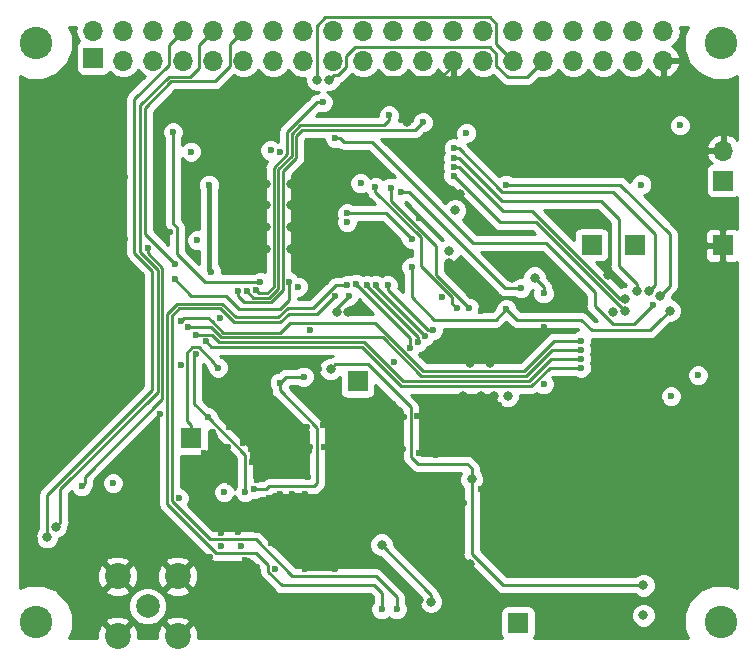
<source format=gbr>
%TF.GenerationSoftware,KiCad,Pcbnew,5.0.2-bee76a0~70~ubuntu18.04.1*%
%TF.CreationDate,2019-08-07T21:41:43+02:00*%
%TF.ProjectId,lohpi,6c6f6870-692e-46b6-9963-61645f706362,rev?*%
%TF.SameCoordinates,Original*%
%TF.FileFunction,Copper,L4,Bot*%
%TF.FilePolarity,Positive*%
%FSLAX46Y46*%
G04 Gerber Fmt 4.6, Leading zero omitted, Abs format (unit mm)*
G04 Created by KiCad (PCBNEW 5.0.2-bee76a0~70~ubuntu18.04.1) date Wed 07 Aug 2019 21:41:43 SAST*
%MOMM*%
%LPD*%
G01*
G04 APERTURE LIST*
%TA.AperFunction,ComponentPad*%
%ADD10R,1.700000X1.700000*%
%TD*%
%TA.AperFunction,ComponentPad*%
%ADD11O,1.700000X1.700000*%
%TD*%
%TA.AperFunction,ComponentPad*%
%ADD12C,2.750000*%
%TD*%
%TA.AperFunction,ComponentPad*%
%ADD13C,2.000000*%
%TD*%
%TA.AperFunction,ComponentPad*%
%ADD14C,2.200000*%
%TD*%
%TA.AperFunction,ViaPad*%
%ADD15C,0.600000*%
%TD*%
%TA.AperFunction,ViaPad*%
%ADD16C,0.800000*%
%TD*%
%TA.AperFunction,Conductor*%
%ADD17C,0.250000*%
%TD*%
%TA.AperFunction,Conductor*%
%ADD18C,0.320000*%
%TD*%
%TA.AperFunction,Conductor*%
%ADD19C,0.400000*%
%TD*%
%TA.AperFunction,Conductor*%
%ADD20C,0.254000*%
%TD*%
G04 APERTURE END LIST*
D10*
%TO.P,J5,1*%
%TO.N,Net-(C16-Pad1)*%
X118745000Y-144145000D03*
%TD*%
%TO.P,J6,1*%
%TO.N,Net-(C17-Pad1)*%
X104648000Y-148971000D03*
%TD*%
D11*
%TO.P,J8,40*%
%TO.N,Net-(J8-Pad40)*%
X144630000Y-114460000D03*
%TO.P,J8,39*%
%TO.N,GND*%
X144630000Y-117000000D03*
%TO.P,J8,38*%
%TO.N,Net-(J8-Pad38)*%
X142090000Y-114460000D03*
%TO.P,J8,37*%
%TO.N,Net-(J8-Pad37)*%
X142090000Y-117000000D03*
%TO.P,J8,36*%
%TO.N,Net-(J8-Pad36)*%
X139550000Y-114460000D03*
%TO.P,J8,35*%
%TO.N,Net-(J8-Pad35)*%
X139550000Y-117000000D03*
%TO.P,J8,34*%
%TO.N,GND*%
X137010000Y-114460000D03*
%TO.P,J8,33*%
%TO.N,Net-(J8-Pad33)*%
X137010000Y-117000000D03*
%TO.P,J8,32*%
%TO.N,Net-(J8-Pad32)*%
X134470000Y-114460000D03*
%TO.P,J8,31*%
%TO.N,/main_receiver/RPI_SS5*%
X134470000Y-117000000D03*
%TO.P,J8,30*%
%TO.N,GND*%
X131930000Y-114460000D03*
%TO.P,J8,29*%
%TO.N,/main_receiver/RPI_SS4*%
X131930000Y-117000000D03*
%TO.P,J8,28*%
%TO.N,Net-(J8-Pad28)*%
X129390000Y-114460000D03*
%TO.P,J8,27*%
%TO.N,Net-(J8-Pad27)*%
X129390000Y-117000000D03*
%TO.P,J8,26*%
%TO.N,Net-(J8-Pad26)*%
X126850000Y-114460000D03*
%TO.P,J8,25*%
%TO.N,GND*%
X126850000Y-117000000D03*
%TO.P,J8,24*%
%TO.N,Net-(J8-Pad24)*%
X124310000Y-114460000D03*
%TO.P,J8,23*%
%TO.N,/main_receiver/RPI_SCLK*%
X124310000Y-117000000D03*
%TO.P,J8,22*%
%TO.N,Net-(J8-Pad22)*%
X121770000Y-114460000D03*
%TO.P,J8,21*%
%TO.N,/main_receiver/RPI_MISO*%
X121770000Y-117000000D03*
%TO.P,J8,20*%
%TO.N,GND*%
X119230000Y-114460000D03*
%TO.P,J8,19*%
%TO.N,/main_receiver/RPI_MOSI*%
X119230000Y-117000000D03*
%TO.P,J8,18*%
%TO.N,Net-(J8-Pad18)*%
X116690000Y-114460000D03*
%TO.P,J8,17*%
%TO.N,Net-(J8-Pad17)*%
X116690000Y-117000000D03*
%TO.P,J8,16*%
%TO.N,Net-(J8-Pad16)*%
X114150000Y-114460000D03*
%TO.P,J8,15*%
%TO.N,/main_receiver/RPI_SS3*%
X114150000Y-117000000D03*
%TO.P,J8,14*%
%TO.N,GND*%
X111610000Y-114460000D03*
%TO.P,J8,13*%
%TO.N,/main_receiver/RPI_SS2*%
X111610000Y-117000000D03*
%TO.P,J8,12*%
%TO.N,Net-(J8-Pad12)*%
X109070000Y-114460000D03*
%TO.P,J8,11*%
%TO.N,/main_receiver/RPI_SS1*%
X109070000Y-117000000D03*
%TO.P,J8,10*%
%TO.N,Net-(J8-Pad10)*%
X106530000Y-114460000D03*
%TO.P,J8,9*%
%TO.N,GND*%
X106530000Y-117000000D03*
%TO.P,J8,8*%
%TO.N,Net-(J8-Pad8)*%
X103990000Y-114460000D03*
%TO.P,J8,7*%
%TO.N,Net-(J8-Pad7)*%
X103990000Y-117000000D03*
%TO.P,J8,6*%
%TO.N,GND*%
X101450000Y-114460000D03*
%TO.P,J8,5*%
%TO.N,Net-(J8-Pad5)*%
X101450000Y-117000000D03*
%TO.P,J8,4*%
%TO.N,/main_receiver/RPI_5v*%
X98910000Y-114460000D03*
%TO.P,J8,3*%
%TO.N,Net-(J8-Pad3)*%
X98910000Y-117000000D03*
%TO.P,J8,2*%
%TO.N,/main_receiver/RPI_5v*%
X96370000Y-114460000D03*
D10*
%TO.P,J8,1*%
%TO.N,Net-(J8-Pad1)*%
X96370000Y-116770000D03*
%TD*%
D11*
%TO.P,J1,2*%
%TO.N,GND*%
X149710000Y-124620000D03*
D10*
%TO.P,J1,1*%
%TO.N,Net-(C5-Pad1)*%
X149710000Y-127160000D03*
%TD*%
D12*
%TO.P,J10,1*%
%TO.N,N/C*%
X91500000Y-115500000D03*
%TD*%
%TO.P,J11,1*%
%TO.N,N/C*%
X91500000Y-164500000D03*
%TD*%
%TO.P,J12,1*%
%TO.N,N/C*%
X149500000Y-115500000D03*
%TD*%
%TO.P,J13,1*%
%TO.N,N/C*%
X149500000Y-164500000D03*
%TD*%
D13*
%TO.P,J9,1*%
%TO.N,Net-(J9-Pad1)*%
X100965000Y-163195000D03*
D14*
%TO.P,J9,2*%
%TO.N,GND*%
X103505000Y-160655000D03*
X98425000Y-160655000D03*
X98425000Y-165735000D03*
X103505000Y-165735000D03*
%TD*%
D10*
%TO.P,J2,1*%
%TO.N,Net-(C7-Pad1)*%
X142240000Y-132588000D03*
%TD*%
%TO.P,J3,1*%
%TO.N,Net-(C14-Pad1)*%
X132334000Y-164592000D03*
%TD*%
%TO.P,J4,1*%
%TO.N,Net-(C15-Pad1)*%
X138557000Y-132588000D03*
%TD*%
%TO.P,J14,1*%
%TO.N,GND*%
X149669500Y-132651500D03*
%TD*%
D15*
%TO.N,+5V*%
X103759000Y-142748000D03*
X142760000Y-127496000D03*
X114681000Y-139827000D03*
D16*
X126492000Y-133096000D03*
X142955734Y-163967130D03*
D15*
%TO.N,GND*%
X124079000Y-145796000D03*
X121729500Y-146113500D03*
X116649500Y-144399000D03*
X107886500Y-148018500D03*
X106489500Y-148463000D03*
X104965500Y-151701500D03*
X105029000Y-150876000D03*
X105727500Y-150241000D03*
X106743500Y-149733000D03*
X107759500Y-149733000D03*
X109016266Y-149365234D03*
X146685000Y-123444000D03*
X145478500Y-124269500D03*
X131635500Y-124968000D03*
X136652000Y-119126000D03*
X135509000Y-121729500D03*
X123952000Y-130307000D03*
X121158000Y-131826000D03*
X91440000Y-132080000D03*
X93980000Y-132080000D03*
X96520000Y-132080000D03*
X99060000Y-132080000D03*
X99060000Y-134620000D03*
X93980000Y-139700000D03*
X91440000Y-139700000D03*
X91440000Y-144780000D03*
X93980000Y-144780000D03*
X99060000Y-144780000D03*
X96520000Y-144780000D03*
X96520000Y-147320000D03*
X93980000Y-147320000D03*
X91440000Y-147320000D03*
X137541000Y-148590000D03*
X136144000Y-148590000D03*
X138938000Y-149987000D03*
X137541000Y-150241000D03*
X136144000Y-150241000D03*
X134747000Y-150241000D03*
X133350000Y-150241000D03*
X134747000Y-148590000D03*
X133350000Y-148590000D03*
X132207000Y-148590000D03*
X131064000Y-148590000D03*
X149606000Y-141224000D03*
X146685000Y-141944000D03*
X148336000Y-145669000D03*
X144399000Y-145923000D03*
X142240000Y-146558000D03*
X132080000Y-152400000D03*
X134691549Y-152471549D03*
X137160000Y-152400000D03*
X139700000Y-152400000D03*
X101600000Y-152400000D03*
X91440000Y-154940000D03*
X91440000Y-157480000D03*
X91440000Y-160020000D03*
X96520000Y-160020000D03*
X101600000Y-160020000D03*
X96520000Y-165100000D03*
X96520000Y-162560000D03*
X93980000Y-160020000D03*
X94125516Y-157625516D03*
X96520000Y-157480000D03*
X99060000Y-157480000D03*
X101600000Y-157480000D03*
X101600000Y-154940000D03*
X111760000Y-160020000D03*
X116840000Y-149860000D03*
X116840000Y-152400000D03*
X119380000Y-152400000D03*
X121928049Y-152408049D03*
X144780000Y-165100000D03*
X144780000Y-165100000D03*
X142240000Y-165100000D03*
X139700000Y-165100000D03*
X134620000Y-165100000D03*
X137160000Y-165100000D03*
X134595732Y-160020000D03*
X134620000Y-157480000D03*
X144780000Y-154940000D03*
X144780000Y-157480000D03*
X144780000Y-160020000D03*
X147320000Y-160020000D03*
X149860000Y-160020000D03*
X149860000Y-157480000D03*
X147320000Y-157480000D03*
X147320000Y-154940000D03*
X149860000Y-154940000D03*
X149860000Y-152400000D03*
X147320000Y-152400000D03*
X147320000Y-149860000D03*
X149860000Y-149860000D03*
X149860000Y-147320000D03*
X147320000Y-147320000D03*
X129540000Y-165100000D03*
X127000000Y-165100000D03*
X124460000Y-165100000D03*
X121920000Y-165100000D03*
X119380000Y-165100000D03*
X116840000Y-157480000D03*
X114300000Y-160020000D03*
X116840000Y-160020000D03*
X106680000Y-165100000D03*
X109220000Y-165100000D03*
X111760000Y-162560000D03*
X111760000Y-165100000D03*
X114300000Y-165100000D03*
X116840000Y-165100000D03*
X116840000Y-162560000D03*
X114300000Y-162560000D03*
X105537000Y-164084000D03*
X107315000Y-164084000D03*
X109220000Y-163449000D03*
X110236000Y-162560000D03*
X110236000Y-161163000D03*
X110236000Y-159893000D03*
X105410000Y-162433000D03*
X105664000Y-161290000D03*
X105537000Y-160147000D03*
X104902000Y-154813000D03*
X104902000Y-154813000D03*
X104902000Y-152649000D03*
X106426000Y-152649000D03*
X122682000Y-147193000D03*
X121285000Y-147447000D03*
X120269000Y-146812000D03*
X119126000Y-146685000D03*
X117729000Y-146685000D03*
X116840000Y-146939000D03*
X115824000Y-147828000D03*
X114471984Y-148037016D03*
X113538000Y-148463000D03*
X112776000Y-149225000D03*
X111633000Y-150114000D03*
X111344000Y-149225000D03*
X110144000Y-149225000D03*
X109728000Y-149860000D03*
X109785000Y-151003000D03*
X111633000Y-152019000D03*
X113284000Y-152146000D03*
X114554000Y-152273000D03*
X114427000Y-151257000D03*
X114300000Y-150495000D03*
X114681000Y-149733000D03*
X115881000Y-149733000D03*
D16*
X109982000Y-121158000D03*
X107188000Y-122301000D03*
X98552000Y-124333000D03*
X122936000Y-122174000D03*
X91567000Y-136525000D03*
X91567000Y-135001000D03*
X91567000Y-133731000D03*
D15*
X93161000Y-138684000D03*
X97155000Y-136779000D03*
X95631000Y-136398000D03*
X97155000Y-134112000D03*
X91440000Y-124460000D03*
X110236000Y-154940000D03*
X111125000Y-154940000D03*
X111252000Y-154051000D03*
D16*
X123571000Y-152463500D03*
D15*
X122555000Y-153289000D03*
X122555000Y-154559000D03*
X121793000Y-155067000D03*
X120777000Y-154940000D03*
X119634000Y-154813000D03*
X118999000Y-154178000D03*
X118110000Y-153416000D03*
X117348000Y-154178000D03*
X116713000Y-154940000D03*
X115570000Y-154940000D03*
X115443000Y-153924000D03*
X114300000Y-153670000D03*
X113157000Y-153670000D03*
X112141000Y-153670000D03*
X109182774Y-156369779D03*
X119253000Y-157861000D03*
X118237000Y-157861000D03*
X117983000Y-156845000D03*
X117094000Y-156591000D03*
X115951000Y-156591000D03*
X115697000Y-157480000D03*
X114681000Y-157988000D03*
X113538000Y-157988000D03*
X112395000Y-158115000D03*
X111379000Y-157861000D03*
X111125000Y-156845000D03*
X110236000Y-156718000D03*
X106278372Y-159020404D03*
X109220000Y-159245001D03*
X108839000Y-158115000D03*
X107188000Y-158102001D03*
X108635059Y-156945236D03*
X107188000Y-156972000D03*
X106299000Y-155794000D03*
X97917000Y-137541000D03*
X100203000Y-137795000D03*
X100203000Y-138938000D03*
X98171000Y-135128000D03*
X99060000Y-136017000D03*
X99822000Y-136779000D03*
X100203000Y-140081000D03*
X98044000Y-139319000D03*
X98044000Y-140081000D03*
X98044000Y-155829000D03*
X91567000Y-152781000D03*
X101981000Y-146939000D03*
X107569000Y-147066000D03*
X110236000Y-152527000D03*
X107950000Y-152654000D03*
X106481002Y-154178000D03*
X126619000Y-161544000D03*
X126619000Y-160528000D03*
X121412000Y-149860000D03*
X122555000Y-149860000D03*
X123952000Y-150241000D03*
X125349000Y-150368000D03*
X126746000Y-150241000D03*
X127889000Y-150241000D03*
X129032000Y-150241000D03*
X131064000Y-151765000D03*
X131064000Y-150241000D03*
X132207000Y-150241000D03*
X130048000Y-153924000D03*
X130556000Y-154686000D03*
X131699000Y-154686000D03*
X132842000Y-154940000D03*
X133858000Y-154940000D03*
X134239000Y-154178000D03*
X142494000Y-153670000D03*
X141351000Y-153543000D03*
X140208000Y-153543000D03*
X138938000Y-153543000D03*
X138303000Y-154686000D03*
X137287000Y-154940000D03*
X136398000Y-154305000D03*
X122555000Y-156464000D03*
X122155484Y-156953484D03*
X122936000Y-158750000D03*
X123952000Y-158369000D03*
X124968000Y-158623000D03*
X124968000Y-159512000D03*
X129667000Y-157861000D03*
X129540000Y-157226000D03*
X130175000Y-156718000D03*
X131191000Y-156718000D03*
X131318000Y-157607000D03*
X133096000Y-157734000D03*
X133096000Y-156972000D03*
X133858000Y-156845000D03*
X135001000Y-156845000D03*
X135890000Y-156845000D03*
X136906000Y-156845000D03*
X137160000Y-157607000D03*
X138176000Y-157861000D03*
X139065000Y-157988000D03*
X139954000Y-157988000D03*
X140970000Y-157988000D03*
X141859000Y-157988000D03*
X142875000Y-157607000D03*
X142875000Y-156591000D03*
X143637000Y-156210000D03*
X144272000Y-155448000D03*
X144399000Y-154305000D03*
X144399000Y-153289000D03*
X146050000Y-152019000D03*
X146558000Y-151130000D03*
X146558000Y-150114000D03*
X145923000Y-149225000D03*
X144907000Y-148717000D03*
X144526000Y-147955000D03*
X144399000Y-146939000D03*
X139827000Y-149098000D03*
X140589000Y-148209000D03*
X141478000Y-147320000D03*
X141224000Y-145415000D03*
X140081000Y-146558000D03*
X139319000Y-147320000D03*
X138557000Y-148082000D03*
X129921000Y-148844000D03*
X128905000Y-148844000D03*
X127381000Y-148717000D03*
X128143000Y-148458000D03*
X128905000Y-147955000D03*
X129921000Y-147955000D03*
X127508000Y-146304000D03*
X127254000Y-146939000D03*
X126492000Y-147320000D03*
X125730000Y-147066000D03*
X124714000Y-147066000D03*
X123812001Y-147066000D03*
X122682000Y-147193000D03*
D16*
X128270000Y-159639000D03*
X139954000Y-135128000D03*
X131826000Y-135382000D03*
X127381000Y-128270000D03*
X129032000Y-136652000D03*
X117907003Y-138303000D03*
X135255000Y-153797000D03*
X132207000Y-158242000D03*
X126619000Y-163957000D03*
X131064000Y-158750000D03*
X115546000Y-146685000D03*
D15*
X112141000Y-124714000D03*
X102870000Y-131490000D03*
X101854000Y-128778000D03*
X99060000Y-126873000D03*
X116078000Y-135763000D03*
D16*
X141997240Y-141011760D03*
X143906260Y-140827740D03*
X142012500Y-142721500D03*
X143722240Y-142736760D03*
X129995000Y-142621000D03*
X128270000Y-142621000D03*
X128270000Y-140896000D03*
X129995000Y-140896000D03*
X113078020Y-132931250D03*
X114770250Y-127418750D03*
X113078020Y-127418750D03*
X110968000Y-127418750D03*
X109257750Y-127418750D03*
X109257750Y-129256250D03*
X110968000Y-129256250D03*
X113078020Y-129256250D03*
X114770250Y-129256250D03*
X114770250Y-131093750D03*
X113078020Y-131093750D03*
X110968000Y-131093750D03*
X109257750Y-131093750D03*
X109257750Y-132947000D03*
X110968000Y-132947000D03*
X114770250Y-132947000D03*
D15*
X124206000Y-153416000D03*
X125476000Y-153416000D03*
X130048000Y-151765000D03*
X129159000Y-153289000D03*
X127762000Y-154432000D03*
X147066000Y-140208000D03*
X141859000Y-149606000D03*
X144907000Y-149606000D03*
X141732000Y-151384000D03*
X144907000Y-151384000D03*
X141732000Y-152146000D03*
X144907000Y-152273000D03*
X107950000Y-155194000D03*
X118999000Y-125857000D03*
X107061000Y-138811000D03*
X133003172Y-141843500D03*
X134493000Y-139573000D03*
X129159000Y-138176000D03*
X121793000Y-142494000D03*
X115443000Y-143129000D03*
X130683000Y-146150001D03*
X129540000Y-146150001D03*
X130683000Y-147770011D03*
X125730000Y-156538500D03*
X125730000Y-155638500D03*
X126630000Y-155638500D03*
X126630000Y-156538500D03*
X120523000Y-118364000D03*
D16*
X141605000Y-126746000D03*
X126492000Y-134112000D03*
X130302000Y-145415000D03*
X132588000Y-146050000D03*
X129159000Y-145415000D03*
X127642975Y-145422975D03*
X119126000Y-162687000D03*
X123952000Y-162687000D03*
X132414734Y-159903130D03*
X142955734Y-160157130D03*
D15*
%TO.N,+1V8*%
X127952500Y-123126500D03*
X113665000Y-136144000D03*
X111379000Y-124587000D03*
X104648000Y-124714000D03*
X105156000Y-132207000D03*
X117856000Y-130683000D03*
%TO.N,Net-(C17-Pad1)*%
X106934000Y-143002000D03*
%TO.N,/main_receiver/SCLK*%
X124269500Y-122237500D03*
X108585000Y-136525000D03*
%TO.N,/main_receiver/MISO*%
X121412000Y-121633951D03*
X109347000Y-136525000D03*
%TO.N,/main_receiver/SPI_SS*%
X103124000Y-123063000D03*
X110490000Y-135763000D03*
%TO.N,/main_receiver/MOSI*%
X115824000Y-120528000D03*
X110109000Y-136398000D03*
%TO.N,/main_receiver/RADIO_A_EN*%
X109982000Y-153289000D03*
X114173000Y-143764000D03*
X112153000Y-144264000D03*
%TO.N,/main_receiver/LNA_A_EN*%
X105029000Y-141859000D03*
X106045000Y-147193000D03*
X109220000Y-153543000D03*
%TO.N,+3V3*%
X106299000Y-134874000D03*
X98044000Y-152781000D03*
D16*
X127000000Y-129667000D03*
D15*
X118999000Y-127381000D03*
X106172000Y-127508000D03*
%TO.N,/power_supply/VCC_RADIO_B*%
X134493000Y-144399000D03*
X125857000Y-137033000D03*
D16*
X131445000Y-145415000D03*
D15*
%TO.N,/power_supply/VCC_RADIO_A*%
X147574000Y-143637000D03*
X145288000Y-145415000D03*
X103632000Y-154051000D03*
X107442000Y-153543000D03*
D16*
X133731000Y-135382000D03*
D15*
X134493000Y-136709000D03*
D16*
X140335000Y-138303000D03*
%TO.N,/power_supply/VCC_PA*%
X120777000Y-157988000D03*
X124968000Y-162814000D03*
%TO.N,/main_receiver/RPI_SS5*%
X116332000Y-118618000D03*
%TO.N,/main_receiver/RPI_SS4*%
X115316000Y-118618000D03*
D15*
%TO.N,/main_receiver/RPI_5v*%
X146045000Y-122491500D03*
D16*
%TO.N,/main_receiver/A_Q_TX*%
X143383000Y-136525000D03*
D15*
X126891516Y-124441484D03*
D16*
%TO.N,/main_receiver/A_I_TX*%
X142367000Y-136525000D03*
D15*
X126873000Y-125222000D03*
D16*
%TO.N,/main_receiver/A_Q_RX*%
X141351000Y-137160000D03*
D15*
X126873000Y-125984000D03*
%TO.N,/main_receiver/A_I_RX*%
X126873000Y-126746000D03*
D16*
X141351000Y-138176000D03*
D15*
%TO.N,/main_receiver/B_Q_RX*%
X121539000Y-127762000D03*
X128143000Y-137922000D03*
%TO.N,/main_receiver/B_I_RX*%
X120262549Y-127739451D03*
X127127000Y-137922000D03*
%TO.N,Net-(R35-Pad2)*%
X122428000Y-128143000D03*
X132588000Y-136271000D03*
%TO.N,/main_receiver/A_CLK_OUT*%
X131318000Y-127508000D03*
D16*
X144328444Y-136897493D03*
%TO.N,/main_receiver/PA_A_EN*%
X116459000Y-143129000D03*
X128397000Y-152463500D03*
X142955734Y-161427130D03*
D15*
%TO.N,/main_receiver/PA_G16*%
X116840000Y-136906000D03*
X122047000Y-163449000D03*
%TO.N,/main_receiver/PA_G8*%
X120777000Y-163449000D03*
X117856000Y-136017000D03*
D16*
%TO.N,/main_receiver/RADIO_B_EN*%
X116967000Y-138303000D03*
D15*
X117983000Y-136906000D03*
%TO.N,/main_receiver/A_NSS*%
X105918000Y-140773000D03*
X137668000Y-143002000D03*
%TO.N,/main_receiver/A_MOSI*%
X105029000Y-140208000D03*
X137668000Y-142261997D03*
%TO.N,/main_receiver/A_MISO*%
X104394000Y-139573000D03*
X137668000Y-141478000D03*
%TO.N,/main_receiver/A_SCKL*%
X103759000Y-139065000D03*
X137668000Y-140716000D03*
%TO.N,/main_receiver/RADIO_RST*%
X123317000Y-134493000D03*
X131338128Y-138062419D03*
D16*
X145161000Y-138176000D03*
D15*
%TO.N,/main_receiver/B_SCK*%
X121285000Y-136017000D03*
X125095000Y-139827000D03*
%TO.N,/main_receiver/B_MISO*%
X120269000Y-136017000D03*
X124460000Y-140335000D03*
%TO.N,/main_receiver/B_MOSI*%
X119525516Y-135998484D03*
X123825000Y-140843000D03*
%TO.N,/main_receiver/B_NSS*%
X123190000Y-141351000D03*
X118618000Y-135890000D03*
%TO.N,/main_receiver/SP_CLK_IN*%
X116840000Y-123571000D03*
X143764000Y-137668000D03*
%TO.N,/main_receiver/1PPS*%
X100965000Y-132842000D03*
X95377000Y-153035000D03*
%TO.N,Net-(J8-Pad12)*%
X103251000Y-134239000D03*
D16*
%TO.N,Net-(J8-Pad10)*%
X93188000Y-156464000D03*
%TO.N,Net-(J8-Pad8)*%
X92456000Y-157353000D03*
D15*
%TO.N,Net-(R51-Pad1)*%
X103251000Y-135509000D03*
X112978020Y-135763000D03*
%TO.N,Net-(R64-Pad2)*%
X123317000Y-132080000D03*
X117856000Y-129921000D03*
%TD*%
D17*
%TO.N,GND*%
X124714000Y-147066000D02*
X124714000Y-146431000D01*
X124714000Y-146431000D02*
X124079000Y-145796000D01*
X116840000Y-146939000D02*
X116840000Y-144589500D01*
X116840000Y-144589500D02*
X116649500Y-144399000D01*
X106743500Y-149733000D02*
X106743500Y-148717000D01*
X106743500Y-148717000D02*
X106489500Y-148463000D01*
X105727500Y-150241000D02*
X105664000Y-150241000D01*
X105664000Y-150241000D02*
X105029000Y-150876000D01*
X107759500Y-149733000D02*
X106743500Y-149733000D01*
X93980000Y-132080000D02*
X91440000Y-132080000D01*
X99060000Y-132080000D02*
X96520000Y-132080000D01*
X99060000Y-134620000D02*
X99060000Y-132080000D01*
X91440000Y-139700000D02*
X93980000Y-139700000D01*
X91440000Y-144780000D02*
X91440000Y-139700000D01*
X96520000Y-144780000D02*
X93980000Y-144780000D01*
X96520000Y-147320000D02*
X96520000Y-144780000D01*
X91440000Y-147320000D02*
X93980000Y-147320000D01*
X137541000Y-150241000D02*
X138684000Y-150241000D01*
X138684000Y-150241000D02*
X138938000Y-149987000D01*
X134747000Y-150241000D02*
X136144000Y-150241000D01*
X132207000Y-150241000D02*
X133350000Y-150241000D01*
D18*
X133350000Y-148590000D02*
X134747000Y-148590000D01*
X131064000Y-148590000D02*
X132207000Y-148590000D01*
D17*
X137160000Y-152400000D02*
X134763098Y-152400000D01*
X134763098Y-152400000D02*
X134691549Y-152471549D01*
X141732000Y-152146000D02*
X139954000Y-152146000D01*
X139954000Y-152146000D02*
X139700000Y-152400000D01*
X91440000Y-160020000D02*
X91440000Y-157480000D01*
X93980000Y-160020000D02*
X96520000Y-160020000D01*
X96520000Y-162560000D02*
X96520000Y-165100000D01*
X96520000Y-157480000D02*
X94271032Y-157480000D01*
X94271032Y-157480000D02*
X94125516Y-157625516D01*
X101600000Y-157480000D02*
X99060000Y-157480000D01*
X98044000Y-155829000D02*
X100711000Y-155829000D01*
X100711000Y-155829000D02*
X101600000Y-154940000D01*
D18*
X119380000Y-152400000D02*
X116840000Y-152400000D01*
X123571000Y-152463500D02*
X121983500Y-152463500D01*
X121983500Y-152463500D02*
X121928049Y-152408049D01*
X139700000Y-165100000D02*
X142240000Y-165100000D01*
X137160000Y-165100000D02*
X134620000Y-165100000D01*
X135001000Y-156845000D02*
X135001000Y-157099000D01*
X135001000Y-157099000D02*
X134620000Y-157480000D01*
X144780000Y-154940000D02*
X147320000Y-154940000D01*
X144780000Y-160020000D02*
X144780000Y-157480000D01*
X149860000Y-160020000D02*
X147320000Y-160020000D01*
X147320000Y-157480000D02*
X149860000Y-157480000D01*
X149860000Y-154940000D02*
X147320000Y-154940000D01*
X147320000Y-152400000D02*
X149860000Y-152400000D01*
X149860000Y-149860000D02*
X147320000Y-149860000D01*
X147320000Y-147320000D02*
X149860000Y-147320000D01*
X127000000Y-165100000D02*
X129540000Y-165100000D01*
X121920000Y-165100000D02*
X124460000Y-165100000D01*
X116840000Y-165100000D02*
X119380000Y-165100000D01*
X116840000Y-160020000D02*
X114300000Y-160020000D01*
X111760000Y-165100000D02*
X109220000Y-165100000D01*
X114300000Y-165100000D02*
X111760000Y-165100000D01*
X116840000Y-162560000D02*
X116840000Y-165100000D01*
X111760000Y-162560000D02*
X114300000Y-162560000D01*
X110236000Y-162560000D02*
X111760000Y-162560000D01*
X109220000Y-163449000D02*
X107950000Y-163449000D01*
X107950000Y-163449000D02*
X107315000Y-164084000D01*
X110236000Y-161163000D02*
X110236000Y-162560000D01*
X109220000Y-159245001D02*
X109588001Y-159245001D01*
X109588001Y-159245001D02*
X110236000Y-159893000D01*
X105410000Y-162433000D02*
X105283000Y-162433000D01*
X105283000Y-162433000D02*
X103505000Y-160655000D01*
X105537000Y-160147000D02*
X105537000Y-161163000D01*
X105537000Y-161163000D02*
X105664000Y-161290000D01*
X106426000Y-152649000D02*
X104902000Y-152649000D01*
X120269000Y-146812000D02*
X120650000Y-146812000D01*
X120650000Y-146812000D02*
X121285000Y-147447000D01*
X117729000Y-146685000D02*
X119126000Y-146685000D01*
X115824000Y-147828000D02*
X115951000Y-147828000D01*
X115951000Y-147828000D02*
X116840000Y-146939000D01*
X113538000Y-148463000D02*
X114046000Y-148463000D01*
X114046000Y-148463000D02*
X114471984Y-148037016D01*
X111344000Y-149225000D02*
X112776000Y-149225000D01*
X110144000Y-149225000D02*
X111344000Y-149225000D01*
X109785000Y-151003000D02*
X109785000Y-149917000D01*
X109785000Y-149917000D02*
X109728000Y-149860000D01*
X113284000Y-152146000D02*
X111760000Y-152146000D01*
X111760000Y-152146000D02*
X111633000Y-152019000D01*
X114427000Y-151257000D02*
X114427000Y-152146000D01*
X114427000Y-152146000D02*
X114554000Y-152273000D01*
X114681000Y-149733000D02*
X114681000Y-150114000D01*
X114681000Y-150114000D02*
X114300000Y-150495000D01*
D17*
X108331000Y-121158000D02*
X109982000Y-121158000D01*
X107188000Y-122301000D02*
X108331000Y-121158000D01*
D18*
X91567000Y-133731000D02*
X91567000Y-135001000D01*
D17*
X110236000Y-154940000D02*
X111125000Y-154940000D01*
X111252000Y-154051000D02*
X111633000Y-153670000D01*
X122745500Y-153289000D02*
X123571000Y-152463500D01*
X122555000Y-153289000D02*
X122745500Y-153289000D01*
X122047000Y-155067000D02*
X122555000Y-154559000D01*
X121793000Y-155067000D02*
X122047000Y-155067000D01*
X120650000Y-154813000D02*
X120777000Y-154940000D01*
X119634000Y-154813000D02*
X120650000Y-154813000D01*
X118237000Y-153416000D02*
X118999000Y-154178000D01*
X118110000Y-153416000D02*
X118237000Y-153416000D01*
X116713000Y-154813000D02*
X117348000Y-154178000D01*
X116713000Y-154940000D02*
X116713000Y-154813000D01*
X115443000Y-154813000D02*
X115570000Y-154940000D01*
X115443000Y-153924000D02*
X115443000Y-154813000D01*
X113157000Y-153670000D02*
X114300000Y-153670000D01*
X111633000Y-153670000D02*
X112141000Y-153670000D01*
X111252000Y-154051000D02*
X111379000Y-153924000D01*
X118237000Y-157861000D02*
X119253000Y-157861000D01*
X117729000Y-156591000D02*
X117983000Y-156845000D01*
X117094000Y-156591000D02*
X117729000Y-156591000D01*
X115697000Y-156845000D02*
X115951000Y-156591000D01*
X115697000Y-157480000D02*
X115697000Y-156845000D01*
X113538000Y-157988000D02*
X114681000Y-157988000D01*
X111633000Y-158115000D02*
X112395000Y-158115000D01*
X111379000Y-157861000D02*
X111633000Y-158115000D01*
X110363000Y-156845000D02*
X111125000Y-156845000D01*
X110236000Y-156718000D02*
X110363000Y-156845000D01*
D18*
X98044000Y-139319000D02*
X98044000Y-137668000D01*
X98044000Y-137668000D02*
X97917000Y-137541000D01*
X100203000Y-140081000D02*
X100203000Y-138938000D01*
X99060000Y-136017000D02*
X98171000Y-135128000D01*
X100203000Y-137160000D02*
X99822000Y-136779000D01*
X100203000Y-137795000D02*
X100203000Y-137160000D01*
X98044000Y-140081000D02*
X98044000Y-139319000D01*
X126619000Y-159639000D02*
X125095000Y-159639000D01*
X128270000Y-159639000D02*
X126619000Y-159639000D01*
X126619000Y-159639000D02*
X126619000Y-160528000D01*
X125095000Y-159639000D02*
X124968000Y-159512000D01*
D17*
X129032000Y-150241000D02*
X127889000Y-150241000D01*
X129032000Y-150241000D02*
X129032000Y-150749000D01*
X129032000Y-150749000D02*
X130048000Y-151765000D01*
X130048000Y-151765000D02*
X130048000Y-151500999D01*
X131064000Y-151765000D02*
X130048000Y-151765000D01*
X130556000Y-154686000D02*
X130556000Y-154432000D01*
X130556000Y-154432000D02*
X130048000Y-153924000D01*
X141351000Y-153543000D02*
X142367000Y-153543000D01*
X142367000Y-153543000D02*
X142494000Y-153670000D01*
X138938000Y-153543000D02*
X140208000Y-153543000D01*
X137287000Y-154940000D02*
X138049000Y-154940000D01*
X138049000Y-154940000D02*
X138303000Y-154686000D01*
X122936000Y-158750000D02*
X122936000Y-157734000D01*
X122936000Y-157734000D02*
X122155484Y-156953484D01*
X123952000Y-158369000D02*
X123317000Y-158369000D01*
X123317000Y-158369000D02*
X122936000Y-158750000D01*
X124968000Y-159512000D02*
X124968000Y-158623000D01*
X129540000Y-157226000D02*
X129540000Y-157734000D01*
X129540000Y-157734000D02*
X129667000Y-157861000D01*
X131191000Y-156718000D02*
X130175000Y-156718000D01*
X132207000Y-158242000D02*
X131953000Y-158242000D01*
X131953000Y-158242000D02*
X131318000Y-157607000D01*
X133858000Y-156845000D02*
X133223000Y-156845000D01*
X133223000Y-156845000D02*
X133096000Y-156972000D01*
X135890000Y-156845000D02*
X135001000Y-156845000D01*
X137160000Y-157607000D02*
X137160000Y-157099000D01*
X137160000Y-157099000D02*
X136906000Y-156845000D01*
X139065000Y-157988000D02*
X138303000Y-157988000D01*
X138303000Y-157988000D02*
X138176000Y-157861000D01*
X139954000Y-157988000D02*
X139065000Y-157988000D01*
X141859000Y-157988000D02*
X140970000Y-157988000D01*
X142875000Y-156591000D02*
X142875000Y-157607000D01*
X144272000Y-155448000D02*
X144272000Y-155575000D01*
X144272000Y-155575000D02*
X143637000Y-156210000D01*
X144399000Y-153289000D02*
X144399000Y-154305000D01*
X146558000Y-151130000D02*
X146558000Y-151511000D01*
X146558000Y-151511000D02*
X146050000Y-152019000D01*
X145923000Y-149225000D02*
X145923000Y-149479000D01*
X145923000Y-149479000D02*
X146558000Y-150114000D01*
X144526000Y-147955000D02*
X144526000Y-148336000D01*
X144526000Y-148336000D02*
X144907000Y-148717000D01*
X144399000Y-145923000D02*
X144399000Y-146939000D01*
X140589000Y-148209000D02*
X140589000Y-148336000D01*
X140589000Y-148336000D02*
X139827000Y-149098000D01*
X142240000Y-146431000D02*
X142240000Y-146558000D01*
X142240000Y-146558000D02*
X141478000Y-147320000D01*
X141224000Y-145415000D02*
X140081000Y-146558000D01*
X139319000Y-147320000D02*
X140081000Y-146558000D01*
X128905000Y-148844000D02*
X129921000Y-148844000D01*
X129921000Y-147955000D02*
X128905000Y-147955000D01*
X127254000Y-146939000D02*
X127254000Y-146558000D01*
X127254000Y-146558000D02*
X127508000Y-146304000D01*
X125730000Y-147066000D02*
X126238000Y-147066000D01*
X126238000Y-147066000D02*
X126492000Y-147320000D01*
X123812001Y-147066000D02*
X124714000Y-147066000D01*
X126850000Y-117000000D02*
X126850000Y-117371000D01*
X126850000Y-117371000D02*
X125857000Y-118364000D01*
X123190000Y-118364000D02*
X125857000Y-118364000D01*
X120523000Y-118364000D02*
X123190000Y-118364000D01*
%TO.N,Net-(C17-Pad1)*%
X104324001Y-141727797D02*
X104324001Y-147547001D01*
X104324001Y-147547001D02*
X104648000Y-147871000D01*
X104648000Y-147871000D02*
X104648000Y-148971000D01*
X106934000Y-143002000D02*
X106634001Y-142702001D01*
X106634001Y-142702001D02*
X106634001Y-142627799D01*
X106634001Y-142627799D02*
X105300201Y-141293999D01*
X105300201Y-141293999D02*
X104757799Y-141293999D01*
X104757799Y-141293999D02*
X104324001Y-141727797D01*
%TO.N,/main_receiver/SCLK*%
X123504989Y-122875011D02*
X123631989Y-122875011D01*
X123631989Y-122875011D02*
X124269500Y-122237500D01*
X123504989Y-122875011D02*
X114067101Y-122875011D01*
X114067101Y-122875011D02*
X113556020Y-123386092D01*
X108585000Y-136949264D02*
X108585000Y-136525000D01*
X113556020Y-123386092D02*
X113556020Y-125238296D01*
X113556020Y-125238296D02*
X112413020Y-126381295D01*
X112413020Y-126381295D02*
X112413020Y-136467094D01*
X112413020Y-136467094D02*
X111402095Y-137478019D01*
X111402095Y-137478019D02*
X109113755Y-137478019D01*
X109113755Y-137478019D02*
X108585000Y-136949264D01*
%TO.N,/main_receiver/MISO*%
X109347000Y-136525000D02*
X109910009Y-137088009D01*
X113166010Y-123224546D02*
X113905555Y-122485001D01*
X109910009Y-137088009D02*
X111240548Y-137088009D01*
X111240548Y-137088009D02*
X112023010Y-136305547D01*
X112023010Y-136305547D02*
X112023010Y-126219749D01*
X112023010Y-126219749D02*
X113166010Y-125076749D01*
X120973999Y-122485001D02*
X121412000Y-122047000D01*
X121412000Y-122047000D02*
X121412000Y-121633951D01*
X113166010Y-125076749D02*
X113166010Y-123224546D01*
X113905555Y-122485001D02*
X120973999Y-122485001D01*
%TO.N,/main_receiver/SPI_SS*%
X110490000Y-135763000D02*
X105791000Y-135763000D01*
X105791000Y-135763000D02*
X103435001Y-133407001D01*
X103435001Y-133407001D02*
X103435001Y-131121001D01*
X103435001Y-131121001D02*
X103124000Y-130810000D01*
X103124000Y-130810000D02*
X103124000Y-130683000D01*
X103124000Y-130683000D02*
X103124000Y-123063000D01*
%TO.N,/main_receiver/MOSI*%
X115824000Y-120528000D02*
X115311000Y-120528000D01*
X115311000Y-120528000D02*
X112776000Y-123063000D01*
X110109000Y-136398000D02*
X110408999Y-136697999D01*
X110408999Y-136697999D02*
X111079001Y-136697999D01*
X111079001Y-136697999D02*
X111633000Y-136144000D01*
X111633000Y-136144000D02*
X111633000Y-126058202D01*
X111633000Y-126058202D02*
X112776000Y-124915202D01*
X112776000Y-124915202D02*
X112776000Y-123063000D01*
%TO.N,/main_receiver/RADIO_A_EN*%
X109982000Y-153289000D02*
X110998000Y-153289000D01*
X112153000Y-144919000D02*
X112153000Y-144264000D01*
X115316000Y-148082000D02*
X112153000Y-144919000D01*
X115316000Y-152400000D02*
X115316000Y-148082000D01*
X115316000Y-152781000D02*
X115316000Y-152400000D01*
X115062000Y-153035000D02*
X115316000Y-152781000D01*
X111252000Y-153035000D02*
X115062000Y-153035000D01*
X110998000Y-153289000D02*
X111252000Y-153035000D01*
X114173000Y-143764000D02*
X112653000Y-143764000D01*
X112653000Y-143764000D02*
X112153000Y-144264000D01*
%TO.N,/main_receiver/LNA_A_EN*%
X105029000Y-141859000D02*
X104902000Y-141986000D01*
X104902000Y-146050000D02*
X104902000Y-141986000D01*
X104902000Y-146050000D02*
X106045000Y-147193000D01*
X109220000Y-151511000D02*
X109220000Y-153543000D01*
X109220000Y-150368000D02*
X109220000Y-151511000D01*
X106045000Y-147193000D02*
X109220000Y-150368000D01*
D19*
%TO.N,+3V3*%
X106172000Y-127508000D02*
X106172000Y-134747000D01*
X106172000Y-134747000D02*
X106299000Y-134874000D01*
D17*
%TO.N,/power_supply/VCC_RADIO_A*%
X134493000Y-136709000D02*
X134493000Y-136144000D01*
X134493000Y-136144000D02*
X133731000Y-135382000D01*
%TO.N,/power_supply/VCC_PA*%
X124968000Y-162814000D02*
X124968000Y-162248315D01*
X124968000Y-162248315D02*
X120777000Y-158057315D01*
X120777000Y-158057315D02*
X120777000Y-157988000D01*
%TO.N,/main_receiver/RPI_SS5*%
X133106000Y-118364000D02*
X131445000Y-118364000D01*
X129925201Y-115884999D02*
X118557001Y-115884999D01*
X131445000Y-118364000D02*
X130505001Y-117424001D01*
X130505001Y-117424001D02*
X130505001Y-116464799D01*
X130505001Y-116464799D02*
X129925201Y-115884999D01*
X116731999Y-118218001D02*
X116332000Y-118618000D01*
X118557001Y-115884999D02*
X117805001Y-116636999D01*
X117805001Y-116636999D02*
X117805001Y-117535201D01*
X117805001Y-117535201D02*
X117122201Y-118218001D01*
X117122201Y-118218001D02*
X116731999Y-118218001D01*
X116586000Y-118364000D02*
X116332000Y-118618000D01*
X133106000Y-118364000D02*
X134470000Y-117000000D01*
%TO.N,/main_receiver/RPI_SS4*%
X131930000Y-117000000D02*
X130505001Y-115575001D01*
X129925201Y-113344999D02*
X116017001Y-113344999D01*
X116017001Y-113344999D02*
X115316000Y-114046000D01*
X130505001Y-115575001D02*
X130505001Y-113924799D01*
X130505001Y-113924799D02*
X129925201Y-113344999D01*
X115316000Y-114046000D02*
X115316000Y-116459000D01*
X115316000Y-118618000D02*
X115316000Y-116459000D01*
%TO.N,/main_receiver/A_Q_TX*%
X143891000Y-136017000D02*
X143891000Y-131699000D01*
X143383000Y-136525000D02*
X143891000Y-136017000D01*
X126891516Y-124441484D02*
X127315780Y-124441484D01*
X127315780Y-124441484D02*
X131017296Y-128143000D01*
X140335000Y-128143000D02*
X131017296Y-128143000D01*
X143891000Y-131699000D02*
X140335000Y-128143000D01*
%TO.N,/main_receiver/A_I_TX*%
X130980264Y-128905000D02*
X139319000Y-128905000D01*
X142367000Y-136525000D02*
X142367000Y-135890000D01*
X126873000Y-125222000D02*
X127297264Y-125222000D01*
X127297264Y-125222000D02*
X130980264Y-128905000D01*
X142367000Y-135890000D02*
X140843000Y-134366000D01*
X140843000Y-134366000D02*
X140843000Y-130429000D01*
X139319000Y-128905000D02*
X140843000Y-130429000D01*
%TO.N,/main_receiver/A_Q_RX*%
X141351000Y-137160000D02*
X140970000Y-137160000D01*
X133518868Y-129708868D02*
X131022132Y-129708868D01*
X140970000Y-137160000D02*
X133518868Y-129708868D01*
X127297264Y-125984000D02*
X131022132Y-129708868D01*
X126873000Y-125984000D02*
X127297264Y-125984000D01*
%TO.N,/main_receiver/A_I_RX*%
X130810000Y-130683000D02*
X133858000Y-130683000D01*
X126873000Y-126746000D02*
X130810000Y-130683000D01*
X133858000Y-130683000D02*
X141351000Y-138176000D01*
D18*
X141351000Y-138176000D02*
X141224000Y-138176000D01*
D17*
%TO.N,/main_receiver/B_Q_RX*%
X125349000Y-133096000D02*
X125349000Y-135128000D01*
X121539000Y-127762000D02*
X121539000Y-128888610D01*
X121539000Y-128888610D02*
X125349000Y-132698610D01*
X125349000Y-132698610D02*
X125349000Y-133096000D01*
X125349000Y-135128000D02*
X125826999Y-135605999D01*
X128143000Y-137922000D02*
X125826999Y-135605999D01*
%TO.N,/main_receiver/B_I_RX*%
X124079000Y-134409557D02*
X124079000Y-133096000D01*
X120262549Y-127739451D02*
X120262549Y-128163715D01*
X120262549Y-128163715D02*
X124079000Y-131980166D01*
X124079000Y-131980166D02*
X124079000Y-133096000D01*
X127112105Y-137935325D02*
X126712106Y-137535326D01*
X126712106Y-137535326D02*
X126712106Y-137042662D01*
X126712106Y-137042662D02*
X124079000Y-134409557D01*
%TO.N,Net-(R35-Pad2)*%
X122428000Y-128143000D02*
X123063000Y-128143000D01*
X123063000Y-128143000D02*
X131191000Y-136271000D01*
X131191000Y-136271000D02*
X132588000Y-136271000D01*
%TO.N,/main_receiver/A_CLK_OUT*%
X139362557Y-127508000D02*
X140970000Y-127508000D01*
X131318000Y-127508000D02*
X139362557Y-127508000D01*
X145161000Y-136064937D02*
X144328444Y-136897493D01*
X145161000Y-131699000D02*
X145161000Y-136064937D01*
X140970000Y-127508000D02*
X145161000Y-131699000D01*
%TO.N,/main_receiver/PA_A_EN*%
X116459000Y-143129000D02*
X116858999Y-142729001D01*
X116858999Y-142729001D02*
X119615001Y-142729001D01*
X128016000Y-151130000D02*
X128397000Y-151511000D01*
X119615001Y-142729001D02*
X123247001Y-146361001D01*
X123247001Y-146361001D02*
X123247001Y-150552001D01*
X123247001Y-150552001D02*
X123825000Y-151130000D01*
X123825000Y-151130000D02*
X128016000Y-151130000D01*
X128397000Y-151511000D02*
X128397000Y-152463500D01*
X128397000Y-158750000D02*
X131074130Y-161427130D01*
X131074130Y-161427130D02*
X142955734Y-161427130D01*
X128397000Y-152463500D02*
X128397000Y-158750000D01*
%TO.N,/main_receiver/PA_G16*%
X116840000Y-136906000D02*
X115316000Y-138430000D01*
X107130999Y-137991999D02*
X103614799Y-137991999D01*
X106229001Y-157537001D02*
X110113203Y-157537001D01*
X122047000Y-162433000D02*
X122047000Y-163449000D01*
X115316000Y-138430000D02*
X112903000Y-138430000D01*
X112903000Y-138430000D02*
X112210999Y-139122001D01*
X113231202Y-160655000D02*
X120269000Y-160655000D01*
X112210999Y-139122001D02*
X108261001Y-139122001D01*
X108261001Y-139122001D02*
X107130999Y-137991999D01*
X103614799Y-137991999D02*
X103006010Y-138600788D01*
X103006010Y-138600788D02*
X103006010Y-154314010D01*
X103006010Y-154314010D02*
X106229001Y-157537001D01*
X110113203Y-157537001D02*
X113231202Y-160655000D01*
X120269000Y-160655000D02*
X122047000Y-162433000D01*
%TO.N,/main_receiver/PA_G8*%
X117856000Y-136017000D02*
X116892798Y-136017000D01*
X102616000Y-138439241D02*
X102616000Y-141242002D01*
X116892798Y-136017000D02*
X114987798Y-137922000D01*
X114987798Y-137922000D02*
X112859444Y-137922000D01*
X112859444Y-137922000D02*
X112049453Y-138731991D01*
X112049453Y-138731991D02*
X108422547Y-138731991D01*
X108422547Y-138731991D02*
X107292546Y-137601989D01*
X103453252Y-137601989D02*
X102616000Y-138439241D01*
X107292546Y-137601989D02*
X103453252Y-137601989D01*
X102616000Y-141242002D02*
X102616008Y-141242002D01*
X111194999Y-160291201D02*
X112320798Y-161417000D01*
X102616008Y-141242002D02*
X102616008Y-154559008D01*
X102616008Y-154559008D02*
X106737001Y-158680001D01*
X111194999Y-159748799D02*
X111194999Y-160291201D01*
X106737001Y-158680001D02*
X110126201Y-158680001D01*
X110126201Y-158680001D02*
X111194999Y-159748799D01*
X112320798Y-161417000D02*
X120142000Y-161417000D01*
X120142000Y-161417000D02*
X120777000Y-162052000D01*
X120777000Y-162052000D02*
X120777000Y-163449000D01*
X102616000Y-141242002D02*
X102616000Y-141242002D01*
%TO.N,/main_receiver/RADIO_B_EN*%
X116967000Y-138303000D02*
X116967000Y-137922000D01*
X116967000Y-137922000D02*
X117983000Y-136906000D01*
%TO.N,/main_receiver/A_NSS*%
X105918000Y-140773000D02*
X106369000Y-141224000D01*
X106369000Y-141224000D02*
X119135241Y-141224000D01*
X119135241Y-141224000D02*
X122446251Y-144535010D01*
X122446251Y-144535010D02*
X133467990Y-144535010D01*
X133467990Y-144535010D02*
X135001000Y-143002000D01*
X135001000Y-143002000D02*
X137668000Y-143002000D01*
%TO.N,/main_receiver/A_MOSI*%
X105029000Y-140208000D02*
X106426000Y-140208000D01*
X106426000Y-140208000D02*
X107051990Y-140833990D01*
X107051990Y-140833990D02*
X119296788Y-140833990D01*
X133223000Y-144145000D02*
X135106003Y-142261997D01*
X119296788Y-140833990D02*
X122607798Y-144145000D01*
X122607798Y-144145000D02*
X133223000Y-144145000D01*
X135106003Y-142261997D02*
X137668000Y-142261997D01*
%TO.N,/main_receiver/A_MISO*%
X106342556Y-139573000D02*
X106469556Y-139700000D01*
X106469556Y-139700000D02*
X107213536Y-140443980D01*
X104394000Y-139573000D02*
X106342556Y-139573000D01*
X107213536Y-140443980D02*
X120895221Y-140443980D01*
X120895221Y-140443980D02*
X124127252Y-143676011D01*
X135171556Y-141478000D02*
X137668000Y-141478000D01*
X124127252Y-143676011D02*
X132973546Y-143676011D01*
X132973546Y-143676011D02*
X135171556Y-141478000D01*
%TO.N,/main_receiver/A_SCKL*%
X106386112Y-139065000D02*
X107375082Y-140053970D01*
X103759000Y-139065000D02*
X104058999Y-138765001D01*
X104058999Y-138765001D02*
X106086113Y-138765001D01*
X106086113Y-138765001D02*
X106386112Y-139065000D01*
X113030000Y-139192000D02*
X120194797Y-139192000D01*
X107375082Y-140053970D02*
X112168030Y-140053970D01*
X112168030Y-140053970D02*
X113030000Y-139192000D01*
X120194797Y-139192000D02*
X124288799Y-143286001D01*
X124288799Y-143286001D02*
X132811999Y-143286001D01*
X132811999Y-143286001D02*
X135382000Y-140716000D01*
X135382000Y-140716000D02*
X137668000Y-140716000D01*
%TO.N,/main_receiver/RADIO_RST*%
X123317000Y-137033000D02*
X125222000Y-138938000D01*
X123317000Y-134493000D02*
X123317000Y-137033000D01*
X138557000Y-139827000D02*
X143510000Y-139827000D01*
X143510000Y-139827000D02*
X144368999Y-138968001D01*
X137698001Y-138968001D02*
X138557000Y-139827000D01*
X131338128Y-138062419D02*
X132243710Y-138968001D01*
X132243710Y-138968001D02*
X137698001Y-138968001D01*
X144368999Y-138968001D02*
X145161000Y-138176000D01*
X125222000Y-138938000D02*
X130462547Y-138938000D01*
X130462547Y-138938000D02*
X131338128Y-138062419D01*
%TO.N,/main_receiver/B_SCK*%
X124714000Y-139827000D02*
X121285000Y-136398000D01*
X121285000Y-136017000D02*
X121285000Y-136398000D01*
X125095000Y-139827000D02*
X124714000Y-139827000D01*
%TO.N,/main_receiver/B_MISO*%
X124460000Y-140335000D02*
X120247003Y-136122003D01*
%TO.N,/main_receiver/B_MOSI*%
X123825000Y-140843000D02*
X123825000Y-140418736D01*
X123825000Y-140418736D02*
X119507000Y-136100736D01*
X123825000Y-140725242D02*
X123825000Y-140843000D01*
%TO.N,/main_receiver/B_NSS*%
X123190000Y-141351000D02*
X123190000Y-140462000D01*
X123190000Y-140462000D02*
X118618000Y-135890000D01*
X118618000Y-135890000D02*
X118618000Y-136069798D01*
%TO.N,/main_receiver/SP_CLK_IN*%
X117602000Y-123883999D02*
X119946999Y-123883999D01*
X117289001Y-123571000D02*
X117602000Y-123883999D01*
X116840000Y-123571000D02*
X117289001Y-123571000D01*
X140366798Y-139319000D02*
X142113000Y-139319000D01*
X142113000Y-139319000D02*
X143764000Y-137668000D01*
X138811000Y-136577798D02*
X138811000Y-137763202D01*
X138811000Y-137763202D02*
X140366798Y-139319000D01*
X128524000Y-132461000D02*
X134694202Y-132461000D01*
X134694202Y-132461000D02*
X138811000Y-136577798D01*
X123698000Y-127635000D02*
X128524000Y-132461000D01*
X119946999Y-123883999D02*
X123698000Y-127635000D01*
%TO.N,/main_receiver/1PPS*%
X100965000Y-132842000D02*
X100965000Y-133266264D01*
X100965000Y-133266264D02*
X102225998Y-134527262D01*
X102225998Y-134527262D02*
X102225998Y-135245998D01*
X102225998Y-137169002D02*
X102225998Y-135245998D01*
X102225998Y-145678002D02*
X102225998Y-137169002D01*
X95377000Y-153035000D02*
X95676999Y-152735001D01*
X95676999Y-152735001D02*
X95676999Y-152227001D01*
X95676999Y-152227001D02*
X102225998Y-145678002D01*
%TO.N,Net-(J8-Pad12)*%
X103251000Y-134239000D02*
X100711000Y-131699000D01*
X100711000Y-131699000D02*
X100711000Y-128905000D01*
X100711000Y-129084798D02*
X100711000Y-128905000D01*
X100711000Y-128905000D02*
X100711000Y-121031000D01*
X106670990Y-118754010D02*
X107954999Y-117470001D01*
X107954999Y-117470001D02*
X107954999Y-115575001D01*
X107954999Y-115575001D02*
X108220001Y-115309999D01*
X108220001Y-115309999D02*
X109070000Y-114460000D01*
X100711000Y-121031000D02*
X102987990Y-118754010D01*
X102987990Y-118754010D02*
X106670990Y-118754010D01*
%TO.N,Net-(J8-Pad10)*%
X100330000Y-120777000D02*
X102743000Y-118364000D01*
X93188000Y-156464000D02*
X93587999Y-156064001D01*
X93587999Y-156064001D02*
X93587999Y-153300001D01*
X93587999Y-153300001D02*
X101835988Y-145052012D01*
X101835988Y-145052012D02*
X101835988Y-134728988D01*
X101835988Y-134728988D02*
X100320990Y-133213990D01*
X100320990Y-120786010D02*
X100330000Y-120777000D01*
X100320990Y-133213990D02*
X100320990Y-120786010D01*
X105283000Y-115707000D02*
X106530000Y-114460000D01*
X102743000Y-118364000D02*
X104586200Y-118364000D01*
X104586200Y-118364000D02*
X105283000Y-117667200D01*
X105283000Y-117667200D02*
X105283000Y-115707000D01*
%TO.N,Net-(J8-Pad8)*%
X92456000Y-157353000D02*
X92456000Y-153797000D01*
X92456000Y-153797000D02*
X101346000Y-144907000D01*
X101346000Y-144907000D02*
X101346000Y-134790556D01*
X99822000Y-133266556D02*
X99822000Y-120278202D01*
X102743000Y-115707000D02*
X103990000Y-114460000D01*
X101346000Y-134790556D02*
X99822000Y-133266556D01*
X102743000Y-117357202D02*
X102743000Y-115707000D01*
X99822000Y-120278202D02*
X102743000Y-117357202D01*
%TO.N,Net-(R51-Pad1)*%
X105410000Y-136906000D02*
X104648000Y-136906000D01*
X104648000Y-136906000D02*
X103251000Y-135509000D01*
X107569000Y-136906000D02*
X105410000Y-136906000D01*
X108712000Y-138049000D02*
X107569000Y-136906000D01*
X112180887Y-138049000D02*
X108712000Y-138049000D01*
X112978020Y-135763000D02*
X112978020Y-137251867D01*
X112978020Y-137251867D02*
X112180887Y-138049000D01*
%TO.N,Net-(R64-Pad2)*%
X120650000Y-129921000D02*
X121158000Y-129921000D01*
X121158000Y-129921000D02*
X123317000Y-132080000D01*
X120650000Y-129921000D02*
X117856000Y-129921000D01*
%TD*%
D20*
%TO.N,GND*%
G36*
X94855908Y-114460000D02*
X94971161Y-115039418D01*
X95194553Y-115373749D01*
X95062191Y-115462191D01*
X94921843Y-115672235D01*
X94872560Y-115920000D01*
X94872560Y-117620000D01*
X94921843Y-117867765D01*
X95062191Y-118077809D01*
X95272235Y-118218157D01*
X95520000Y-118267440D01*
X97220000Y-118267440D01*
X97467765Y-118218157D01*
X97677809Y-118077809D01*
X97760992Y-117953317D01*
X97839375Y-118070625D01*
X98330582Y-118398839D01*
X98763744Y-118485000D01*
X99056256Y-118485000D01*
X99489418Y-118398839D01*
X99980625Y-118070625D01*
X100180000Y-117772239D01*
X100379375Y-118070625D01*
X100724302Y-118301098D01*
X99337528Y-119687873D01*
X99274072Y-119730273D01*
X99231672Y-119793729D01*
X99231671Y-119793730D01*
X99106097Y-119981665D01*
X99047112Y-120278202D01*
X99062001Y-120353054D01*
X99062000Y-133191709D01*
X99047112Y-133266556D01*
X99062000Y-133341403D01*
X99062000Y-133341407D01*
X99106096Y-133563092D01*
X99274071Y-133814485D01*
X99337530Y-133856887D01*
X100586001Y-135105360D01*
X100586000Y-144592198D01*
X91971528Y-153206671D01*
X91908072Y-153249071D01*
X91865672Y-153312527D01*
X91865671Y-153312528D01*
X91740097Y-153500463D01*
X91681112Y-153797000D01*
X91696001Y-153871852D01*
X91696000Y-156649289D01*
X91578569Y-156766720D01*
X91421000Y-157147126D01*
X91421000Y-157558874D01*
X91578569Y-157939280D01*
X91869720Y-158230431D01*
X92250126Y-158388000D01*
X92661874Y-158388000D01*
X93042280Y-158230431D01*
X93333431Y-157939280D01*
X93491000Y-157558874D01*
X93491000Y-157458769D01*
X93774280Y-157341431D01*
X94065431Y-157050280D01*
X94223000Y-156669874D01*
X94223000Y-156481618D01*
X94303903Y-156360538D01*
X94347999Y-156138853D01*
X94347999Y-156138849D01*
X94362887Y-156064002D01*
X94347999Y-155989155D01*
X94347999Y-153614802D01*
X94529815Y-153432987D01*
X94584345Y-153564635D01*
X94847365Y-153827655D01*
X95191017Y-153970000D01*
X95562983Y-153970000D01*
X95906635Y-153827655D01*
X96169655Y-153564635D01*
X96312000Y-153220983D01*
X96312000Y-153152618D01*
X96345142Y-153103017D01*
X96392903Y-153031539D01*
X96427849Y-152855851D01*
X96436999Y-152809853D01*
X96436999Y-152809849D01*
X96451887Y-152735001D01*
X96436999Y-152660153D01*
X96436999Y-152595017D01*
X97109000Y-152595017D01*
X97109000Y-152966983D01*
X97251345Y-153310635D01*
X97514365Y-153573655D01*
X97858017Y-153716000D01*
X98229983Y-153716000D01*
X98573635Y-153573655D01*
X98836655Y-153310635D01*
X98979000Y-152966983D01*
X98979000Y-152595017D01*
X98836655Y-152251365D01*
X98573635Y-151988345D01*
X98229983Y-151846000D01*
X97858017Y-151846000D01*
X97514365Y-151988345D01*
X97251345Y-152251365D01*
X97109000Y-152595017D01*
X96436999Y-152595017D01*
X96436999Y-152541802D01*
X101856008Y-147122793D01*
X101856009Y-154484156D01*
X101841120Y-154559008D01*
X101900105Y-154855545D01*
X102016615Y-155029914D01*
X102068080Y-155106937D01*
X102131536Y-155149337D01*
X106146671Y-159164473D01*
X106189072Y-159227930D01*
X106440464Y-159395905D01*
X106662149Y-159440001D01*
X106662153Y-159440001D01*
X106737000Y-159454889D01*
X106811847Y-159440001D01*
X109811400Y-159440001D01*
X110434999Y-160063601D01*
X110434999Y-160216354D01*
X110420111Y-160291201D01*
X110434999Y-160366048D01*
X110434999Y-160366053D01*
X110479095Y-160587738D01*
X110647071Y-160839130D01*
X110710527Y-160881530D01*
X111730468Y-161901472D01*
X111772869Y-161964929D01*
X112024261Y-162132904D01*
X112245946Y-162177000D01*
X112245950Y-162177000D01*
X112320797Y-162191888D01*
X112395644Y-162177000D01*
X119827199Y-162177000D01*
X120017000Y-162366802D01*
X120017001Y-162886709D01*
X119984345Y-162919365D01*
X119842000Y-163263017D01*
X119842000Y-163634983D01*
X119984345Y-163978635D01*
X120247365Y-164241655D01*
X120591017Y-164384000D01*
X120962983Y-164384000D01*
X121306635Y-164241655D01*
X121412000Y-164136290D01*
X121517365Y-164241655D01*
X121861017Y-164384000D01*
X122232983Y-164384000D01*
X122576635Y-164241655D01*
X122839655Y-163978635D01*
X122982000Y-163634983D01*
X122982000Y-163263017D01*
X122839655Y-162919365D01*
X122807000Y-162886710D01*
X122807000Y-162507848D01*
X122821888Y-162433000D01*
X122807000Y-162358152D01*
X122807000Y-162358148D01*
X122762904Y-162136463D01*
X122762904Y-162136462D01*
X122637329Y-161948527D01*
X122594929Y-161885071D01*
X122531473Y-161842671D01*
X120859331Y-160170530D01*
X120816929Y-160107071D01*
X120565537Y-159939096D01*
X120343852Y-159895000D01*
X120343847Y-159895000D01*
X120269000Y-159880112D01*
X120194153Y-159895000D01*
X113546005Y-159895000D01*
X111433130Y-157782126D01*
X119742000Y-157782126D01*
X119742000Y-158193874D01*
X119899569Y-158574280D01*
X120190720Y-158865431D01*
X120571126Y-159023000D01*
X120667884Y-159023000D01*
X124026728Y-162381845D01*
X123933000Y-162608126D01*
X123933000Y-163019874D01*
X124090569Y-163400280D01*
X124381720Y-163691431D01*
X124762126Y-163849000D01*
X125173874Y-163849000D01*
X125554280Y-163691431D01*
X125845431Y-163400280D01*
X126003000Y-163019874D01*
X126003000Y-162608126D01*
X125845431Y-162227720D01*
X125712314Y-162094603D01*
X125683904Y-161951778D01*
X125515929Y-161700386D01*
X125452473Y-161657986D01*
X121812000Y-158017514D01*
X121812000Y-157782126D01*
X121654431Y-157401720D01*
X121363280Y-157110569D01*
X120982874Y-156953000D01*
X120571126Y-156953000D01*
X120190720Y-157110569D01*
X119899569Y-157401720D01*
X119742000Y-157782126D01*
X111433130Y-157782126D01*
X110703534Y-157052531D01*
X110661132Y-156989072D01*
X110409740Y-156821097D01*
X110188055Y-156777001D01*
X110188050Y-156777001D01*
X110113203Y-156762113D01*
X110038356Y-156777001D01*
X106543803Y-156777001D01*
X104386046Y-154619244D01*
X104424655Y-154580635D01*
X104567000Y-154236983D01*
X104567000Y-153865017D01*
X104424655Y-153521365D01*
X104161635Y-153258345D01*
X103817983Y-153116000D01*
X103766010Y-153116000D01*
X103766010Y-150462077D01*
X103798000Y-150468440D01*
X105498000Y-150468440D01*
X105745765Y-150419157D01*
X105955809Y-150278809D01*
X106096157Y-150068765D01*
X106145440Y-149821000D01*
X106145440Y-148368241D01*
X108460000Y-150682802D01*
X108460001Y-151436145D01*
X108460000Y-151436149D01*
X108460001Y-152980709D01*
X108427345Y-153013365D01*
X108331000Y-153245963D01*
X108234655Y-153013365D01*
X107971635Y-152750345D01*
X107627983Y-152608000D01*
X107256017Y-152608000D01*
X106912365Y-152750345D01*
X106649345Y-153013365D01*
X106507000Y-153357017D01*
X106507000Y-153728983D01*
X106649345Y-154072635D01*
X106912365Y-154335655D01*
X107256017Y-154478000D01*
X107627983Y-154478000D01*
X107971635Y-154335655D01*
X108234655Y-154072635D01*
X108331000Y-153840037D01*
X108427345Y-154072635D01*
X108690365Y-154335655D01*
X109034017Y-154478000D01*
X109405983Y-154478000D01*
X109749635Y-154335655D01*
X109861290Y-154224000D01*
X110167983Y-154224000D01*
X110511635Y-154081655D01*
X110544290Y-154049000D01*
X110923153Y-154049000D01*
X110998000Y-154063888D01*
X111072847Y-154049000D01*
X111072852Y-154049000D01*
X111294537Y-154004904D01*
X111545929Y-153836929D01*
X111573945Y-153795000D01*
X114987153Y-153795000D01*
X115062000Y-153809888D01*
X115136847Y-153795000D01*
X115136852Y-153795000D01*
X115358537Y-153750904D01*
X115609929Y-153582929D01*
X115652331Y-153519470D01*
X115800470Y-153371331D01*
X115863929Y-153328929D01*
X116031904Y-153077537D01*
X116076000Y-152855852D01*
X116076000Y-152855848D01*
X116090888Y-152781001D01*
X116076000Y-152706154D01*
X116076000Y-148156846D01*
X116090888Y-148081999D01*
X116076000Y-148007152D01*
X116076000Y-148007148D01*
X116031904Y-147785463D01*
X115959747Y-147677472D01*
X115906329Y-147597526D01*
X115906327Y-147597524D01*
X115863929Y-147534071D01*
X115800476Y-147491673D01*
X112991575Y-144682774D01*
X113057341Y-144524000D01*
X113610710Y-144524000D01*
X113643365Y-144556655D01*
X113987017Y-144699000D01*
X114358983Y-144699000D01*
X114702635Y-144556655D01*
X114965655Y-144293635D01*
X115108000Y-143949983D01*
X115108000Y-143578017D01*
X114965655Y-143234365D01*
X114702635Y-142971345D01*
X114358983Y-142829000D01*
X113987017Y-142829000D01*
X113643365Y-142971345D01*
X113610710Y-143004000D01*
X112727848Y-143004000D01*
X112653000Y-142989112D01*
X112578152Y-143004000D01*
X112578148Y-143004000D01*
X112404605Y-143038520D01*
X112356462Y-143048096D01*
X112169418Y-143173076D01*
X112105071Y-143216071D01*
X112062671Y-143279528D01*
X112013198Y-143329000D01*
X111967017Y-143329000D01*
X111623365Y-143471345D01*
X111360345Y-143734365D01*
X111218000Y-144078017D01*
X111218000Y-144449983D01*
X111360345Y-144793635D01*
X111393000Y-144826290D01*
X111393000Y-144844153D01*
X111378112Y-144919000D01*
X111393000Y-144993847D01*
X111393000Y-144993851D01*
X111437096Y-145215536D01*
X111605071Y-145466929D01*
X111668530Y-145509331D01*
X114556001Y-148396804D01*
X114556000Y-152275000D01*
X111326846Y-152275000D01*
X111251999Y-152260112D01*
X111177152Y-152275000D01*
X111177148Y-152275000D01*
X110955463Y-152319096D01*
X110704071Y-152487071D01*
X110676055Y-152529000D01*
X110544290Y-152529000D01*
X110511635Y-152496345D01*
X110167983Y-152354000D01*
X109980000Y-152354000D01*
X109980000Y-150442846D01*
X109994888Y-150367999D01*
X109980000Y-150293152D01*
X109980000Y-150293148D01*
X109935904Y-150071463D01*
X109767929Y-149820071D01*
X109704473Y-149777671D01*
X106980000Y-147053199D01*
X106980000Y-147007017D01*
X106837655Y-146663365D01*
X106574635Y-146400345D01*
X106230983Y-146258000D01*
X106184802Y-146258000D01*
X105662000Y-145735199D01*
X105662000Y-142730600D01*
X105915157Y-142983757D01*
X105918097Y-142998537D01*
X105999000Y-143119617D01*
X105999000Y-143187983D01*
X106141345Y-143531635D01*
X106404365Y-143794655D01*
X106748017Y-143937000D01*
X107119983Y-143937000D01*
X107463635Y-143794655D01*
X107726655Y-143531635D01*
X107869000Y-143187983D01*
X107869000Y-142816017D01*
X107726655Y-142472365D01*
X107463635Y-142209345D01*
X107193746Y-142097553D01*
X107181930Y-142079870D01*
X107118474Y-142037470D01*
X107065004Y-141984000D01*
X116708742Y-141984000D01*
X116562462Y-142013097D01*
X116441382Y-142094000D01*
X116253126Y-142094000D01*
X115872720Y-142251569D01*
X115581569Y-142542720D01*
X115424000Y-142923126D01*
X115424000Y-143334874D01*
X115581569Y-143715280D01*
X115872720Y-144006431D01*
X116253126Y-144164000D01*
X116664874Y-144164000D01*
X117045280Y-144006431D01*
X117247560Y-143804151D01*
X117247560Y-144995000D01*
X117296843Y-145242765D01*
X117437191Y-145452809D01*
X117647235Y-145593157D01*
X117895000Y-145642440D01*
X119595000Y-145642440D01*
X119842765Y-145593157D01*
X120052809Y-145452809D01*
X120193157Y-145242765D01*
X120242440Y-144995000D01*
X120242440Y-144431241D01*
X122487001Y-146675803D01*
X122487002Y-150477149D01*
X122472113Y-150552001D01*
X122487002Y-150626853D01*
X122494498Y-150664537D01*
X122531098Y-150848538D01*
X122650027Y-151026527D01*
X122699073Y-151099930D01*
X122762529Y-151142330D01*
X123234670Y-151614472D01*
X123277071Y-151677929D01*
X123528463Y-151845904D01*
X123750148Y-151890000D01*
X123750152Y-151890000D01*
X123824999Y-151904888D01*
X123899846Y-151890000D01*
X127514275Y-151890000D01*
X127362000Y-152257626D01*
X127362000Y-152669374D01*
X127519569Y-153049780D01*
X127637000Y-153167211D01*
X127637001Y-158675148D01*
X127622112Y-158750000D01*
X127637001Y-158824852D01*
X127681097Y-159046537D01*
X127849072Y-159297929D01*
X127912528Y-159340329D01*
X130483801Y-161911603D01*
X130526201Y-161975059D01*
X130777593Y-162143034D01*
X130999278Y-162187130D01*
X130999282Y-162187130D01*
X131074130Y-162202018D01*
X131148978Y-162187130D01*
X142252023Y-162187130D01*
X142369454Y-162304561D01*
X142749860Y-162462130D01*
X143161608Y-162462130D01*
X143542014Y-162304561D01*
X143833165Y-162013410D01*
X143990734Y-161633004D01*
X143990734Y-161221256D01*
X143833165Y-160840850D01*
X143542014Y-160549699D01*
X143161608Y-160392130D01*
X142749860Y-160392130D01*
X142369454Y-160549699D01*
X142252023Y-160667130D01*
X131388932Y-160667130D01*
X129157000Y-158435199D01*
X129157000Y-153167211D01*
X129274431Y-153049780D01*
X129432000Y-152669374D01*
X129432000Y-152257626D01*
X129274431Y-151877220D01*
X129157000Y-151759789D01*
X129157000Y-151585846D01*
X129171888Y-151510999D01*
X129157000Y-151436152D01*
X129157000Y-151436148D01*
X129112904Y-151214463D01*
X128944929Y-150963071D01*
X128881473Y-150920671D01*
X128606331Y-150645529D01*
X128563929Y-150582071D01*
X128312537Y-150414096D01*
X128090852Y-150370000D01*
X128090847Y-150370000D01*
X128016000Y-150355112D01*
X127941153Y-150370000D01*
X124139802Y-150370000D01*
X124007001Y-150237200D01*
X124007001Y-146435849D01*
X124021889Y-146361001D01*
X124007001Y-146286153D01*
X124007001Y-146286149D01*
X123962905Y-146064464D01*
X123962905Y-146064463D01*
X123837330Y-145876528D01*
X123794930Y-145813072D01*
X123731474Y-145770672D01*
X123255812Y-145295010D01*
X130410000Y-145295010D01*
X130410000Y-145620874D01*
X130567569Y-146001280D01*
X130858720Y-146292431D01*
X131239126Y-146450000D01*
X131650874Y-146450000D01*
X132031280Y-146292431D01*
X132322431Y-146001280D01*
X132480000Y-145620874D01*
X132480000Y-145295010D01*
X133393143Y-145295010D01*
X133467990Y-145309898D01*
X133542837Y-145295010D01*
X133542842Y-145295010D01*
X133764527Y-145250914D01*
X133919245Y-145147535D01*
X133963365Y-145191655D01*
X134307017Y-145334000D01*
X134678983Y-145334000D01*
X134932434Y-145229017D01*
X144353000Y-145229017D01*
X144353000Y-145600983D01*
X144495345Y-145944635D01*
X144758365Y-146207655D01*
X145102017Y-146350000D01*
X145473983Y-146350000D01*
X145817635Y-146207655D01*
X146080655Y-145944635D01*
X146223000Y-145600983D01*
X146223000Y-145229017D01*
X146080655Y-144885365D01*
X145817635Y-144622345D01*
X145473983Y-144480000D01*
X145102017Y-144480000D01*
X144758365Y-144622345D01*
X144495345Y-144885365D01*
X144353000Y-145229017D01*
X134932434Y-145229017D01*
X135022635Y-145191655D01*
X135285655Y-144928635D01*
X135428000Y-144584983D01*
X135428000Y-144213017D01*
X135285655Y-143869365D01*
X135247046Y-143830756D01*
X135315802Y-143762000D01*
X137105710Y-143762000D01*
X137138365Y-143794655D01*
X137482017Y-143937000D01*
X137853983Y-143937000D01*
X138197635Y-143794655D01*
X138460655Y-143531635D01*
X138494047Y-143451017D01*
X146639000Y-143451017D01*
X146639000Y-143822983D01*
X146781345Y-144166635D01*
X147044365Y-144429655D01*
X147388017Y-144572000D01*
X147759983Y-144572000D01*
X148103635Y-144429655D01*
X148366655Y-144166635D01*
X148509000Y-143822983D01*
X148509000Y-143451017D01*
X148366655Y-143107365D01*
X148103635Y-142844345D01*
X147759983Y-142702000D01*
X147388017Y-142702000D01*
X147044365Y-142844345D01*
X146781345Y-143107365D01*
X146639000Y-143451017D01*
X138494047Y-143451017D01*
X138603000Y-143187983D01*
X138603000Y-142816017D01*
X138526777Y-142631999D01*
X138603000Y-142447980D01*
X138603000Y-142076014D01*
X138517666Y-141869999D01*
X138603000Y-141663983D01*
X138603000Y-141292017D01*
X138522221Y-141097000D01*
X138603000Y-140901983D01*
X138603000Y-140592738D01*
X138631846Y-140587000D01*
X143435153Y-140587000D01*
X143510000Y-140601888D01*
X143584847Y-140587000D01*
X143584852Y-140587000D01*
X143806537Y-140542904D01*
X144057929Y-140374929D01*
X144100331Y-140311470D01*
X144959328Y-139452474D01*
X144959330Y-139452471D01*
X145200801Y-139211000D01*
X145366874Y-139211000D01*
X145747280Y-139053431D01*
X146038431Y-138762280D01*
X146196000Y-138381874D01*
X146196000Y-137970126D01*
X146038431Y-137589720D01*
X145747280Y-137298569D01*
X145366874Y-137141000D01*
X145347856Y-137141000D01*
X145363444Y-137103367D01*
X145363444Y-136937295D01*
X145645473Y-136655266D01*
X145708929Y-136612866D01*
X145876904Y-136361474D01*
X145921000Y-136139789D01*
X145921000Y-136139784D01*
X145935888Y-136064937D01*
X145921000Y-135990090D01*
X145921000Y-132937250D01*
X148184500Y-132937250D01*
X148184500Y-133627810D01*
X148281173Y-133861199D01*
X148459802Y-134039827D01*
X148693191Y-134136500D01*
X149383750Y-134136500D01*
X149542500Y-133977750D01*
X149542500Y-132778500D01*
X148343250Y-132778500D01*
X148184500Y-132937250D01*
X145921000Y-132937250D01*
X145921000Y-131773846D01*
X145935888Y-131698999D01*
X145931153Y-131675190D01*
X148184500Y-131675190D01*
X148184500Y-132365750D01*
X148343250Y-132524500D01*
X149542500Y-132524500D01*
X149542500Y-131325250D01*
X149383750Y-131166500D01*
X148693191Y-131166500D01*
X148459802Y-131263173D01*
X148281173Y-131441801D01*
X148184500Y-131675190D01*
X145931153Y-131675190D01*
X145921000Y-131624152D01*
X145921000Y-131624148D01*
X145876904Y-131402463D01*
X145708929Y-131151071D01*
X145645473Y-131108671D01*
X142961411Y-128424610D01*
X143289635Y-128288655D01*
X143552655Y-128025635D01*
X143695000Y-127681983D01*
X143695000Y-127310017D01*
X143552655Y-126966365D01*
X143289635Y-126703345D01*
X142945983Y-126561000D01*
X142574017Y-126561000D01*
X142230365Y-126703345D01*
X141967345Y-126966365D01*
X141831390Y-127294589D01*
X141560331Y-127023530D01*
X141517929Y-126960071D01*
X141266537Y-126792096D01*
X141044852Y-126748000D01*
X141044847Y-126748000D01*
X140970000Y-126733112D01*
X140895153Y-126748000D01*
X131880290Y-126748000D01*
X131847635Y-126715345D01*
X131503983Y-126573000D01*
X131132017Y-126573000D01*
X130788365Y-126715345D01*
X130726404Y-126777306D01*
X128212208Y-124263110D01*
X148268524Y-124263110D01*
X148389845Y-124493000D01*
X149583000Y-124493000D01*
X149583000Y-123299181D01*
X149353108Y-123178514D01*
X148828642Y-123424817D01*
X148438355Y-123853076D01*
X148268524Y-124263110D01*
X128212208Y-124263110D01*
X128010597Y-124061500D01*
X128138483Y-124061500D01*
X128482135Y-123919155D01*
X128745155Y-123656135D01*
X128887500Y-123312483D01*
X128887500Y-122940517D01*
X128745155Y-122596865D01*
X128482135Y-122333845D01*
X128413746Y-122305517D01*
X145110000Y-122305517D01*
X145110000Y-122677483D01*
X145252345Y-123021135D01*
X145515365Y-123284155D01*
X145859017Y-123426500D01*
X146230983Y-123426500D01*
X146574635Y-123284155D01*
X146837655Y-123021135D01*
X146980000Y-122677483D01*
X146980000Y-122305517D01*
X146837655Y-121961865D01*
X146574635Y-121698845D01*
X146230983Y-121556500D01*
X145859017Y-121556500D01*
X145515365Y-121698845D01*
X145252345Y-121961865D01*
X145110000Y-122305517D01*
X128413746Y-122305517D01*
X128138483Y-122191500D01*
X127766517Y-122191500D01*
X127422865Y-122333845D01*
X127159845Y-122596865D01*
X127017500Y-122940517D01*
X127017500Y-123312483D01*
X127102074Y-123516663D01*
X127077499Y-123506484D01*
X126705533Y-123506484D01*
X126361881Y-123648829D01*
X126098861Y-123911849D01*
X125956516Y-124255501D01*
X125956516Y-124627467D01*
X126031871Y-124809391D01*
X125938000Y-125036017D01*
X125938000Y-125407983D01*
X126018779Y-125603000D01*
X125938000Y-125798017D01*
X125938000Y-126169983D01*
X126018779Y-126365000D01*
X125938000Y-126560017D01*
X125938000Y-126931983D01*
X126080345Y-127275635D01*
X126343365Y-127538655D01*
X126687017Y-127681000D01*
X126733199Y-127681000D01*
X130219670Y-131167472D01*
X130262071Y-131230929D01*
X130325527Y-131273329D01*
X130513462Y-131398904D01*
X130531350Y-131402462D01*
X130735148Y-131443000D01*
X130735152Y-131443000D01*
X130810000Y-131457888D01*
X130884848Y-131443000D01*
X133543199Y-131443000D01*
X133801199Y-131701000D01*
X128838802Y-131701000D01*
X127634256Y-130496455D01*
X127877431Y-130253280D01*
X128035000Y-129872874D01*
X128035000Y-129461126D01*
X127877431Y-129080720D01*
X127586280Y-128789569D01*
X127205874Y-128632000D01*
X126794126Y-128632000D01*
X126413720Y-128789569D01*
X126170545Y-129032744D01*
X124288333Y-127150532D01*
X124288329Y-127150526D01*
X120772812Y-123635011D01*
X123557142Y-123635011D01*
X123631989Y-123649899D01*
X123706836Y-123635011D01*
X123706841Y-123635011D01*
X123928526Y-123590915D01*
X124179918Y-123422940D01*
X124222320Y-123359481D01*
X124409301Y-123172500D01*
X124455483Y-123172500D01*
X124799135Y-123030155D01*
X125062155Y-122767135D01*
X125204500Y-122423483D01*
X125204500Y-122051517D01*
X125062155Y-121707865D01*
X124799135Y-121444845D01*
X124455483Y-121302500D01*
X124083517Y-121302500D01*
X123739865Y-121444845D01*
X123476845Y-121707865D01*
X123334500Y-122051517D01*
X123334500Y-122097699D01*
X123317188Y-122115011D01*
X122224775Y-122115011D01*
X122347000Y-121819934D01*
X122347000Y-121447968D01*
X122204655Y-121104316D01*
X121941635Y-120841296D01*
X121597983Y-120698951D01*
X121226017Y-120698951D01*
X120882365Y-120841296D01*
X120619345Y-121104316D01*
X120477000Y-121447968D01*
X120477000Y-121725001D01*
X115188801Y-121725001D01*
X115505636Y-121408166D01*
X115638017Y-121463000D01*
X116009983Y-121463000D01*
X116353635Y-121320655D01*
X116616655Y-121057635D01*
X116759000Y-120713983D01*
X116759000Y-120342017D01*
X116616655Y-119998365D01*
X116353635Y-119735345D01*
X116154836Y-119653000D01*
X116537874Y-119653000D01*
X116918280Y-119495431D01*
X117209431Y-119204280D01*
X117312686Y-118955000D01*
X117418738Y-118933905D01*
X117670130Y-118765930D01*
X117712532Y-118702471D01*
X118270277Y-118144727D01*
X118650582Y-118398839D01*
X119083744Y-118485000D01*
X119376256Y-118485000D01*
X119809418Y-118398839D01*
X120300625Y-118070625D01*
X120500000Y-117772239D01*
X120699375Y-118070625D01*
X121190582Y-118398839D01*
X121623744Y-118485000D01*
X121916256Y-118485000D01*
X122349418Y-118398839D01*
X122840625Y-118070625D01*
X123040000Y-117772239D01*
X123239375Y-118070625D01*
X123730582Y-118398839D01*
X124163744Y-118485000D01*
X124456256Y-118485000D01*
X124889418Y-118398839D01*
X125380625Y-118070625D01*
X125593843Y-117751522D01*
X125654817Y-117881358D01*
X126083076Y-118271645D01*
X126493110Y-118441476D01*
X126723000Y-118320155D01*
X126723000Y-117127000D01*
X126703000Y-117127000D01*
X126703000Y-116873000D01*
X126723000Y-116873000D01*
X126723000Y-116853000D01*
X126977000Y-116853000D01*
X126977000Y-116873000D01*
X126997000Y-116873000D01*
X126997000Y-117127000D01*
X126977000Y-117127000D01*
X126977000Y-118320155D01*
X127206890Y-118441476D01*
X127616924Y-118271645D01*
X128045183Y-117881358D01*
X128106157Y-117751522D01*
X128319375Y-118070625D01*
X128810582Y-118398839D01*
X129243744Y-118485000D01*
X129536256Y-118485000D01*
X129969418Y-118398839D01*
X130230553Y-118224354D01*
X130854673Y-118848475D01*
X130897071Y-118911929D01*
X130960524Y-118954327D01*
X130960526Y-118954329D01*
X131085902Y-119038102D01*
X131148463Y-119079904D01*
X131370148Y-119124000D01*
X131370152Y-119124000D01*
X131444999Y-119138888D01*
X131519846Y-119124000D01*
X133031153Y-119124000D01*
X133106000Y-119138888D01*
X133180847Y-119124000D01*
X133180852Y-119124000D01*
X133402537Y-119079904D01*
X133653929Y-118911929D01*
X133696331Y-118848470D01*
X134103592Y-118441209D01*
X134323744Y-118485000D01*
X134616256Y-118485000D01*
X135049418Y-118398839D01*
X135540625Y-118070625D01*
X135740000Y-117772239D01*
X135939375Y-118070625D01*
X136430582Y-118398839D01*
X136863744Y-118485000D01*
X137156256Y-118485000D01*
X137589418Y-118398839D01*
X138080625Y-118070625D01*
X138280000Y-117772239D01*
X138479375Y-118070625D01*
X138970582Y-118398839D01*
X139403744Y-118485000D01*
X139696256Y-118485000D01*
X140129418Y-118398839D01*
X140620625Y-118070625D01*
X140820000Y-117772239D01*
X141019375Y-118070625D01*
X141510582Y-118398839D01*
X141943744Y-118485000D01*
X142236256Y-118485000D01*
X142669418Y-118398839D01*
X143160625Y-118070625D01*
X143373843Y-117751522D01*
X143434817Y-117881358D01*
X143863076Y-118271645D01*
X144273110Y-118441476D01*
X144503000Y-118320155D01*
X144503000Y-117127000D01*
X144757000Y-117127000D01*
X144757000Y-118320155D01*
X144986890Y-118441476D01*
X145396924Y-118271645D01*
X145825183Y-117881358D01*
X146071486Y-117356892D01*
X145950819Y-117127000D01*
X144757000Y-117127000D01*
X144503000Y-117127000D01*
X144483000Y-117127000D01*
X144483000Y-116873000D01*
X144503000Y-116873000D01*
X144503000Y-116853000D01*
X144757000Y-116853000D01*
X144757000Y-116873000D01*
X145950819Y-116873000D01*
X146071486Y-116643108D01*
X145825183Y-116118642D01*
X145400214Y-115731353D01*
X145700625Y-115530625D01*
X146028839Y-115039418D01*
X146144092Y-114460000D01*
X146077854Y-114127000D01*
X146684075Y-114127000D01*
X146373000Y-114878001D01*
X146373000Y-116121999D01*
X146849057Y-117271303D01*
X147728697Y-118150943D01*
X148878001Y-118627000D01*
X150121999Y-118627000D01*
X150873000Y-118315925D01*
X150873000Y-123733861D01*
X150591358Y-123424817D01*
X150066892Y-123178514D01*
X149837000Y-123299181D01*
X149837000Y-124493000D01*
X149857000Y-124493000D01*
X149857000Y-124747000D01*
X149837000Y-124747000D01*
X149837000Y-124767000D01*
X149583000Y-124767000D01*
X149583000Y-124747000D01*
X148389845Y-124747000D01*
X148268524Y-124976890D01*
X148438355Y-125386924D01*
X148715708Y-125691261D01*
X148612235Y-125711843D01*
X148402191Y-125852191D01*
X148261843Y-126062235D01*
X148212560Y-126310000D01*
X148212560Y-128010000D01*
X148261843Y-128257765D01*
X148402191Y-128467809D01*
X148612235Y-128608157D01*
X148860000Y-128657440D01*
X150560000Y-128657440D01*
X150807765Y-128608157D01*
X150873000Y-128564568D01*
X150873000Y-131260606D01*
X150645809Y-131166500D01*
X149955250Y-131166500D01*
X149796500Y-131325250D01*
X149796500Y-132524500D01*
X149816500Y-132524500D01*
X149816500Y-132778500D01*
X149796500Y-132778500D01*
X149796500Y-133977750D01*
X149955250Y-134136500D01*
X150645809Y-134136500D01*
X150873000Y-134042394D01*
X150873000Y-161684075D01*
X150121999Y-161373000D01*
X148878001Y-161373000D01*
X147728697Y-161849057D01*
X146849057Y-162728697D01*
X146373000Y-163878001D01*
X146373000Y-165121999D01*
X146684075Y-165873000D01*
X133659722Y-165873000D01*
X133782157Y-165689765D01*
X133831440Y-165442000D01*
X133831440Y-163761256D01*
X141920734Y-163761256D01*
X141920734Y-164173004D01*
X142078303Y-164553410D01*
X142369454Y-164844561D01*
X142749860Y-165002130D01*
X143161608Y-165002130D01*
X143542014Y-164844561D01*
X143833165Y-164553410D01*
X143990734Y-164173004D01*
X143990734Y-163761256D01*
X143833165Y-163380850D01*
X143542014Y-163089699D01*
X143161608Y-162932130D01*
X142749860Y-162932130D01*
X142369454Y-163089699D01*
X142078303Y-163380850D01*
X141920734Y-163761256D01*
X133831440Y-163761256D01*
X133831440Y-163742000D01*
X133782157Y-163494235D01*
X133641809Y-163284191D01*
X133431765Y-163143843D01*
X133184000Y-163094560D01*
X131484000Y-163094560D01*
X131236235Y-163143843D01*
X131026191Y-163284191D01*
X130885843Y-163494235D01*
X130836560Y-163742000D01*
X130836560Y-165442000D01*
X130885843Y-165689765D01*
X131008278Y-165873000D01*
X105245420Y-165873000D01*
X105227836Y-165333547D01*
X105007099Y-164800641D01*
X104729868Y-164689737D01*
X103684605Y-165735000D01*
X103698748Y-165749143D01*
X103574890Y-165873000D01*
X103435110Y-165873000D01*
X103311253Y-165749143D01*
X103325395Y-165735000D01*
X102280132Y-164689737D01*
X102002901Y-164800641D01*
X101759677Y-165446593D01*
X101773576Y-165873000D01*
X100165420Y-165873000D01*
X100147836Y-165333547D01*
X99927099Y-164800641D01*
X99649868Y-164689737D01*
X98604605Y-165735000D01*
X98618748Y-165749143D01*
X98494890Y-165873000D01*
X98355110Y-165873000D01*
X98231253Y-165749143D01*
X98245395Y-165735000D01*
X97200132Y-164689737D01*
X96922901Y-164800641D01*
X96679677Y-165446593D01*
X96693576Y-165873000D01*
X94315925Y-165873000D01*
X94627000Y-165121999D01*
X94627000Y-164510132D01*
X97379737Y-164510132D01*
X98425000Y-165555395D01*
X99470263Y-164510132D01*
X99359359Y-164232901D01*
X98713407Y-163989677D01*
X98023547Y-164012164D01*
X97490641Y-164232901D01*
X97379737Y-164510132D01*
X94627000Y-164510132D01*
X94627000Y-163878001D01*
X94209381Y-162869778D01*
X99330000Y-162869778D01*
X99330000Y-163520222D01*
X99578914Y-164121153D01*
X100038847Y-164581086D01*
X100639778Y-164830000D01*
X101290222Y-164830000D01*
X101891153Y-164581086D01*
X101962107Y-164510132D01*
X102459737Y-164510132D01*
X103505000Y-165555395D01*
X104550263Y-164510132D01*
X104439359Y-164232901D01*
X103793407Y-163989677D01*
X103103547Y-164012164D01*
X102570641Y-164232901D01*
X102459737Y-164510132D01*
X101962107Y-164510132D01*
X102351086Y-164121153D01*
X102600000Y-163520222D01*
X102600000Y-162869778D01*
X102351086Y-162268847D01*
X101962107Y-161879868D01*
X102459737Y-161879868D01*
X102570641Y-162157099D01*
X103216593Y-162400323D01*
X103906453Y-162377836D01*
X104439359Y-162157099D01*
X104550263Y-161879868D01*
X103505000Y-160834605D01*
X102459737Y-161879868D01*
X101962107Y-161879868D01*
X101891153Y-161808914D01*
X101290222Y-161560000D01*
X100639778Y-161560000D01*
X100038847Y-161808914D01*
X99578914Y-162268847D01*
X99330000Y-162869778D01*
X94209381Y-162869778D01*
X94150943Y-162728697D01*
X93302114Y-161879868D01*
X97379737Y-161879868D01*
X97490641Y-162157099D01*
X98136593Y-162400323D01*
X98826453Y-162377836D01*
X99359359Y-162157099D01*
X99470263Y-161879868D01*
X98425000Y-160834605D01*
X97379737Y-161879868D01*
X93302114Y-161879868D01*
X93271303Y-161849057D01*
X92121999Y-161373000D01*
X90878001Y-161373000D01*
X90127000Y-161684075D01*
X90127000Y-160366593D01*
X96679677Y-160366593D01*
X96702164Y-161056453D01*
X96922901Y-161589359D01*
X97200132Y-161700263D01*
X98245395Y-160655000D01*
X98604605Y-160655000D01*
X99649868Y-161700263D01*
X99927099Y-161589359D01*
X100170323Y-160943407D01*
X100151521Y-160366593D01*
X101759677Y-160366593D01*
X101782164Y-161056453D01*
X102002901Y-161589359D01*
X102280132Y-161700263D01*
X103325395Y-160655000D01*
X103684605Y-160655000D01*
X104729868Y-161700263D01*
X105007099Y-161589359D01*
X105250323Y-160943407D01*
X105227836Y-160253547D01*
X105007099Y-159720641D01*
X104729868Y-159609737D01*
X103684605Y-160655000D01*
X103325395Y-160655000D01*
X102280132Y-159609737D01*
X102002901Y-159720641D01*
X101759677Y-160366593D01*
X100151521Y-160366593D01*
X100147836Y-160253547D01*
X99927099Y-159720641D01*
X99649868Y-159609737D01*
X98604605Y-160655000D01*
X98245395Y-160655000D01*
X97200132Y-159609737D01*
X96922901Y-159720641D01*
X96679677Y-160366593D01*
X90127000Y-160366593D01*
X90127000Y-159430132D01*
X97379737Y-159430132D01*
X98425000Y-160475395D01*
X99470263Y-159430132D01*
X102459737Y-159430132D01*
X103505000Y-160475395D01*
X104550263Y-159430132D01*
X104439359Y-159152901D01*
X103793407Y-158909677D01*
X103103547Y-158932164D01*
X102570641Y-159152901D01*
X102459737Y-159430132D01*
X99470263Y-159430132D01*
X99359359Y-159152901D01*
X98713407Y-158909677D01*
X98023547Y-158932164D01*
X97490641Y-159152901D01*
X97379737Y-159430132D01*
X90127000Y-159430132D01*
X90127000Y-118315925D01*
X90878001Y-118627000D01*
X92121999Y-118627000D01*
X93271303Y-118150943D01*
X94150943Y-117271303D01*
X94627000Y-116121999D01*
X94627000Y-114878001D01*
X94315925Y-114127000D01*
X94922146Y-114127000D01*
X94855908Y-114460000D01*
X94855908Y-114460000D01*
G37*
X94855908Y-114460000D02*
X94971161Y-115039418D01*
X95194553Y-115373749D01*
X95062191Y-115462191D01*
X94921843Y-115672235D01*
X94872560Y-115920000D01*
X94872560Y-117620000D01*
X94921843Y-117867765D01*
X95062191Y-118077809D01*
X95272235Y-118218157D01*
X95520000Y-118267440D01*
X97220000Y-118267440D01*
X97467765Y-118218157D01*
X97677809Y-118077809D01*
X97760992Y-117953317D01*
X97839375Y-118070625D01*
X98330582Y-118398839D01*
X98763744Y-118485000D01*
X99056256Y-118485000D01*
X99489418Y-118398839D01*
X99980625Y-118070625D01*
X100180000Y-117772239D01*
X100379375Y-118070625D01*
X100724302Y-118301098D01*
X99337528Y-119687873D01*
X99274072Y-119730273D01*
X99231672Y-119793729D01*
X99231671Y-119793730D01*
X99106097Y-119981665D01*
X99047112Y-120278202D01*
X99062001Y-120353054D01*
X99062000Y-133191709D01*
X99047112Y-133266556D01*
X99062000Y-133341403D01*
X99062000Y-133341407D01*
X99106096Y-133563092D01*
X99274071Y-133814485D01*
X99337530Y-133856887D01*
X100586001Y-135105360D01*
X100586000Y-144592198D01*
X91971528Y-153206671D01*
X91908072Y-153249071D01*
X91865672Y-153312527D01*
X91865671Y-153312528D01*
X91740097Y-153500463D01*
X91681112Y-153797000D01*
X91696001Y-153871852D01*
X91696000Y-156649289D01*
X91578569Y-156766720D01*
X91421000Y-157147126D01*
X91421000Y-157558874D01*
X91578569Y-157939280D01*
X91869720Y-158230431D01*
X92250126Y-158388000D01*
X92661874Y-158388000D01*
X93042280Y-158230431D01*
X93333431Y-157939280D01*
X93491000Y-157558874D01*
X93491000Y-157458769D01*
X93774280Y-157341431D01*
X94065431Y-157050280D01*
X94223000Y-156669874D01*
X94223000Y-156481618D01*
X94303903Y-156360538D01*
X94347999Y-156138853D01*
X94347999Y-156138849D01*
X94362887Y-156064002D01*
X94347999Y-155989155D01*
X94347999Y-153614802D01*
X94529815Y-153432987D01*
X94584345Y-153564635D01*
X94847365Y-153827655D01*
X95191017Y-153970000D01*
X95562983Y-153970000D01*
X95906635Y-153827655D01*
X96169655Y-153564635D01*
X96312000Y-153220983D01*
X96312000Y-153152618D01*
X96345142Y-153103017D01*
X96392903Y-153031539D01*
X96427849Y-152855851D01*
X96436999Y-152809853D01*
X96436999Y-152809849D01*
X96451887Y-152735001D01*
X96436999Y-152660153D01*
X96436999Y-152595017D01*
X97109000Y-152595017D01*
X97109000Y-152966983D01*
X97251345Y-153310635D01*
X97514365Y-153573655D01*
X97858017Y-153716000D01*
X98229983Y-153716000D01*
X98573635Y-153573655D01*
X98836655Y-153310635D01*
X98979000Y-152966983D01*
X98979000Y-152595017D01*
X98836655Y-152251365D01*
X98573635Y-151988345D01*
X98229983Y-151846000D01*
X97858017Y-151846000D01*
X97514365Y-151988345D01*
X97251345Y-152251365D01*
X97109000Y-152595017D01*
X96436999Y-152595017D01*
X96436999Y-152541802D01*
X101856008Y-147122793D01*
X101856009Y-154484156D01*
X101841120Y-154559008D01*
X101900105Y-154855545D01*
X102016615Y-155029914D01*
X102068080Y-155106937D01*
X102131536Y-155149337D01*
X106146671Y-159164473D01*
X106189072Y-159227930D01*
X106440464Y-159395905D01*
X106662149Y-159440001D01*
X106662153Y-159440001D01*
X106737000Y-159454889D01*
X106811847Y-159440001D01*
X109811400Y-159440001D01*
X110434999Y-160063601D01*
X110434999Y-160216354D01*
X110420111Y-160291201D01*
X110434999Y-160366048D01*
X110434999Y-160366053D01*
X110479095Y-160587738D01*
X110647071Y-160839130D01*
X110710527Y-160881530D01*
X111730468Y-161901472D01*
X111772869Y-161964929D01*
X112024261Y-162132904D01*
X112245946Y-162177000D01*
X112245950Y-162177000D01*
X112320797Y-162191888D01*
X112395644Y-162177000D01*
X119827199Y-162177000D01*
X120017000Y-162366802D01*
X120017001Y-162886709D01*
X119984345Y-162919365D01*
X119842000Y-163263017D01*
X119842000Y-163634983D01*
X119984345Y-163978635D01*
X120247365Y-164241655D01*
X120591017Y-164384000D01*
X120962983Y-164384000D01*
X121306635Y-164241655D01*
X121412000Y-164136290D01*
X121517365Y-164241655D01*
X121861017Y-164384000D01*
X122232983Y-164384000D01*
X122576635Y-164241655D01*
X122839655Y-163978635D01*
X122982000Y-163634983D01*
X122982000Y-163263017D01*
X122839655Y-162919365D01*
X122807000Y-162886710D01*
X122807000Y-162507848D01*
X122821888Y-162433000D01*
X122807000Y-162358152D01*
X122807000Y-162358148D01*
X122762904Y-162136463D01*
X122762904Y-162136462D01*
X122637329Y-161948527D01*
X122594929Y-161885071D01*
X122531473Y-161842671D01*
X120859331Y-160170530D01*
X120816929Y-160107071D01*
X120565537Y-159939096D01*
X120343852Y-159895000D01*
X120343847Y-159895000D01*
X120269000Y-159880112D01*
X120194153Y-159895000D01*
X113546005Y-159895000D01*
X111433130Y-157782126D01*
X119742000Y-157782126D01*
X119742000Y-158193874D01*
X119899569Y-158574280D01*
X120190720Y-158865431D01*
X120571126Y-159023000D01*
X120667884Y-159023000D01*
X124026728Y-162381845D01*
X123933000Y-162608126D01*
X123933000Y-163019874D01*
X124090569Y-163400280D01*
X124381720Y-163691431D01*
X124762126Y-163849000D01*
X125173874Y-163849000D01*
X125554280Y-163691431D01*
X125845431Y-163400280D01*
X126003000Y-163019874D01*
X126003000Y-162608126D01*
X125845431Y-162227720D01*
X125712314Y-162094603D01*
X125683904Y-161951778D01*
X125515929Y-161700386D01*
X125452473Y-161657986D01*
X121812000Y-158017514D01*
X121812000Y-157782126D01*
X121654431Y-157401720D01*
X121363280Y-157110569D01*
X120982874Y-156953000D01*
X120571126Y-156953000D01*
X120190720Y-157110569D01*
X119899569Y-157401720D01*
X119742000Y-157782126D01*
X111433130Y-157782126D01*
X110703534Y-157052531D01*
X110661132Y-156989072D01*
X110409740Y-156821097D01*
X110188055Y-156777001D01*
X110188050Y-156777001D01*
X110113203Y-156762113D01*
X110038356Y-156777001D01*
X106543803Y-156777001D01*
X104386046Y-154619244D01*
X104424655Y-154580635D01*
X104567000Y-154236983D01*
X104567000Y-153865017D01*
X104424655Y-153521365D01*
X104161635Y-153258345D01*
X103817983Y-153116000D01*
X103766010Y-153116000D01*
X103766010Y-150462077D01*
X103798000Y-150468440D01*
X105498000Y-150468440D01*
X105745765Y-150419157D01*
X105955809Y-150278809D01*
X106096157Y-150068765D01*
X106145440Y-149821000D01*
X106145440Y-148368241D01*
X108460000Y-150682802D01*
X108460001Y-151436145D01*
X108460000Y-151436149D01*
X108460001Y-152980709D01*
X108427345Y-153013365D01*
X108331000Y-153245963D01*
X108234655Y-153013365D01*
X107971635Y-152750345D01*
X107627983Y-152608000D01*
X107256017Y-152608000D01*
X106912365Y-152750345D01*
X106649345Y-153013365D01*
X106507000Y-153357017D01*
X106507000Y-153728983D01*
X106649345Y-154072635D01*
X106912365Y-154335655D01*
X107256017Y-154478000D01*
X107627983Y-154478000D01*
X107971635Y-154335655D01*
X108234655Y-154072635D01*
X108331000Y-153840037D01*
X108427345Y-154072635D01*
X108690365Y-154335655D01*
X109034017Y-154478000D01*
X109405983Y-154478000D01*
X109749635Y-154335655D01*
X109861290Y-154224000D01*
X110167983Y-154224000D01*
X110511635Y-154081655D01*
X110544290Y-154049000D01*
X110923153Y-154049000D01*
X110998000Y-154063888D01*
X111072847Y-154049000D01*
X111072852Y-154049000D01*
X111294537Y-154004904D01*
X111545929Y-153836929D01*
X111573945Y-153795000D01*
X114987153Y-153795000D01*
X115062000Y-153809888D01*
X115136847Y-153795000D01*
X115136852Y-153795000D01*
X115358537Y-153750904D01*
X115609929Y-153582929D01*
X115652331Y-153519470D01*
X115800470Y-153371331D01*
X115863929Y-153328929D01*
X116031904Y-153077537D01*
X116076000Y-152855852D01*
X116076000Y-152855848D01*
X116090888Y-152781001D01*
X116076000Y-152706154D01*
X116076000Y-148156846D01*
X116090888Y-148081999D01*
X116076000Y-148007152D01*
X116076000Y-148007148D01*
X116031904Y-147785463D01*
X115959747Y-147677472D01*
X115906329Y-147597526D01*
X115906327Y-147597524D01*
X115863929Y-147534071D01*
X115800476Y-147491673D01*
X112991575Y-144682774D01*
X113057341Y-144524000D01*
X113610710Y-144524000D01*
X113643365Y-144556655D01*
X113987017Y-144699000D01*
X114358983Y-144699000D01*
X114702635Y-144556655D01*
X114965655Y-144293635D01*
X115108000Y-143949983D01*
X115108000Y-143578017D01*
X114965655Y-143234365D01*
X114702635Y-142971345D01*
X114358983Y-142829000D01*
X113987017Y-142829000D01*
X113643365Y-142971345D01*
X113610710Y-143004000D01*
X112727848Y-143004000D01*
X112653000Y-142989112D01*
X112578152Y-143004000D01*
X112578148Y-143004000D01*
X112404605Y-143038520D01*
X112356462Y-143048096D01*
X112169418Y-143173076D01*
X112105071Y-143216071D01*
X112062671Y-143279528D01*
X112013198Y-143329000D01*
X111967017Y-143329000D01*
X111623365Y-143471345D01*
X111360345Y-143734365D01*
X111218000Y-144078017D01*
X111218000Y-144449983D01*
X111360345Y-144793635D01*
X111393000Y-144826290D01*
X111393000Y-144844153D01*
X111378112Y-144919000D01*
X111393000Y-144993847D01*
X111393000Y-144993851D01*
X111437096Y-145215536D01*
X111605071Y-145466929D01*
X111668530Y-145509331D01*
X114556001Y-148396804D01*
X114556000Y-152275000D01*
X111326846Y-152275000D01*
X111251999Y-152260112D01*
X111177152Y-152275000D01*
X111177148Y-152275000D01*
X110955463Y-152319096D01*
X110704071Y-152487071D01*
X110676055Y-152529000D01*
X110544290Y-152529000D01*
X110511635Y-152496345D01*
X110167983Y-152354000D01*
X109980000Y-152354000D01*
X109980000Y-150442846D01*
X109994888Y-150367999D01*
X109980000Y-150293152D01*
X109980000Y-150293148D01*
X109935904Y-150071463D01*
X109767929Y-149820071D01*
X109704473Y-149777671D01*
X106980000Y-147053199D01*
X106980000Y-147007017D01*
X106837655Y-146663365D01*
X106574635Y-146400345D01*
X106230983Y-146258000D01*
X106184802Y-146258000D01*
X105662000Y-145735199D01*
X105662000Y-142730600D01*
X105915157Y-142983757D01*
X105918097Y-142998537D01*
X105999000Y-143119617D01*
X105999000Y-143187983D01*
X106141345Y-143531635D01*
X106404365Y-143794655D01*
X106748017Y-143937000D01*
X107119983Y-143937000D01*
X107463635Y-143794655D01*
X107726655Y-143531635D01*
X107869000Y-143187983D01*
X107869000Y-142816017D01*
X107726655Y-142472365D01*
X107463635Y-142209345D01*
X107193746Y-142097553D01*
X107181930Y-142079870D01*
X107118474Y-142037470D01*
X107065004Y-141984000D01*
X116708742Y-141984000D01*
X116562462Y-142013097D01*
X116441382Y-142094000D01*
X116253126Y-142094000D01*
X115872720Y-142251569D01*
X115581569Y-142542720D01*
X115424000Y-142923126D01*
X115424000Y-143334874D01*
X115581569Y-143715280D01*
X115872720Y-144006431D01*
X116253126Y-144164000D01*
X116664874Y-144164000D01*
X117045280Y-144006431D01*
X117247560Y-143804151D01*
X117247560Y-144995000D01*
X117296843Y-145242765D01*
X117437191Y-145452809D01*
X117647235Y-145593157D01*
X117895000Y-145642440D01*
X119595000Y-145642440D01*
X119842765Y-145593157D01*
X120052809Y-145452809D01*
X120193157Y-145242765D01*
X120242440Y-144995000D01*
X120242440Y-144431241D01*
X122487001Y-146675803D01*
X122487002Y-150477149D01*
X122472113Y-150552001D01*
X122487002Y-150626853D01*
X122494498Y-150664537D01*
X122531098Y-150848538D01*
X122650027Y-151026527D01*
X122699073Y-151099930D01*
X122762529Y-151142330D01*
X123234670Y-151614472D01*
X123277071Y-151677929D01*
X123528463Y-151845904D01*
X123750148Y-151890000D01*
X123750152Y-151890000D01*
X123824999Y-151904888D01*
X123899846Y-151890000D01*
X127514275Y-151890000D01*
X127362000Y-152257626D01*
X127362000Y-152669374D01*
X127519569Y-153049780D01*
X127637000Y-153167211D01*
X127637001Y-158675148D01*
X127622112Y-158750000D01*
X127637001Y-158824852D01*
X127681097Y-159046537D01*
X127849072Y-159297929D01*
X127912528Y-159340329D01*
X130483801Y-161911603D01*
X130526201Y-161975059D01*
X130777593Y-162143034D01*
X130999278Y-162187130D01*
X130999282Y-162187130D01*
X131074130Y-162202018D01*
X131148978Y-162187130D01*
X142252023Y-162187130D01*
X142369454Y-162304561D01*
X142749860Y-162462130D01*
X143161608Y-162462130D01*
X143542014Y-162304561D01*
X143833165Y-162013410D01*
X143990734Y-161633004D01*
X143990734Y-161221256D01*
X143833165Y-160840850D01*
X143542014Y-160549699D01*
X143161608Y-160392130D01*
X142749860Y-160392130D01*
X142369454Y-160549699D01*
X142252023Y-160667130D01*
X131388932Y-160667130D01*
X129157000Y-158435199D01*
X129157000Y-153167211D01*
X129274431Y-153049780D01*
X129432000Y-152669374D01*
X129432000Y-152257626D01*
X129274431Y-151877220D01*
X129157000Y-151759789D01*
X129157000Y-151585846D01*
X129171888Y-151510999D01*
X129157000Y-151436152D01*
X129157000Y-151436148D01*
X129112904Y-151214463D01*
X128944929Y-150963071D01*
X128881473Y-150920671D01*
X128606331Y-150645529D01*
X128563929Y-150582071D01*
X128312537Y-150414096D01*
X128090852Y-150370000D01*
X128090847Y-150370000D01*
X128016000Y-150355112D01*
X127941153Y-150370000D01*
X124139802Y-150370000D01*
X124007001Y-150237200D01*
X124007001Y-146435849D01*
X124021889Y-146361001D01*
X124007001Y-146286153D01*
X124007001Y-146286149D01*
X123962905Y-146064464D01*
X123962905Y-146064463D01*
X123837330Y-145876528D01*
X123794930Y-145813072D01*
X123731474Y-145770672D01*
X123255812Y-145295010D01*
X130410000Y-145295010D01*
X130410000Y-145620874D01*
X130567569Y-146001280D01*
X130858720Y-146292431D01*
X131239126Y-146450000D01*
X131650874Y-146450000D01*
X132031280Y-146292431D01*
X132322431Y-146001280D01*
X132480000Y-145620874D01*
X132480000Y-145295010D01*
X133393143Y-145295010D01*
X133467990Y-145309898D01*
X133542837Y-145295010D01*
X133542842Y-145295010D01*
X133764527Y-145250914D01*
X133919245Y-145147535D01*
X133963365Y-145191655D01*
X134307017Y-145334000D01*
X134678983Y-145334000D01*
X134932434Y-145229017D01*
X144353000Y-145229017D01*
X144353000Y-145600983D01*
X144495345Y-145944635D01*
X144758365Y-146207655D01*
X145102017Y-146350000D01*
X145473983Y-146350000D01*
X145817635Y-146207655D01*
X146080655Y-145944635D01*
X146223000Y-145600983D01*
X146223000Y-145229017D01*
X146080655Y-144885365D01*
X145817635Y-144622345D01*
X145473983Y-144480000D01*
X145102017Y-144480000D01*
X144758365Y-144622345D01*
X144495345Y-144885365D01*
X144353000Y-145229017D01*
X134932434Y-145229017D01*
X135022635Y-145191655D01*
X135285655Y-144928635D01*
X135428000Y-144584983D01*
X135428000Y-144213017D01*
X135285655Y-143869365D01*
X135247046Y-143830756D01*
X135315802Y-143762000D01*
X137105710Y-143762000D01*
X137138365Y-143794655D01*
X137482017Y-143937000D01*
X137853983Y-143937000D01*
X138197635Y-143794655D01*
X138460655Y-143531635D01*
X138494047Y-143451017D01*
X146639000Y-143451017D01*
X146639000Y-143822983D01*
X146781345Y-144166635D01*
X147044365Y-144429655D01*
X147388017Y-144572000D01*
X147759983Y-144572000D01*
X148103635Y-144429655D01*
X148366655Y-144166635D01*
X148509000Y-143822983D01*
X148509000Y-143451017D01*
X148366655Y-143107365D01*
X148103635Y-142844345D01*
X147759983Y-142702000D01*
X147388017Y-142702000D01*
X147044365Y-142844345D01*
X146781345Y-143107365D01*
X146639000Y-143451017D01*
X138494047Y-143451017D01*
X138603000Y-143187983D01*
X138603000Y-142816017D01*
X138526777Y-142631999D01*
X138603000Y-142447980D01*
X138603000Y-142076014D01*
X138517666Y-141869999D01*
X138603000Y-141663983D01*
X138603000Y-141292017D01*
X138522221Y-141097000D01*
X138603000Y-140901983D01*
X138603000Y-140592738D01*
X138631846Y-140587000D01*
X143435153Y-140587000D01*
X143510000Y-140601888D01*
X143584847Y-140587000D01*
X143584852Y-140587000D01*
X143806537Y-140542904D01*
X144057929Y-140374929D01*
X144100331Y-140311470D01*
X144959328Y-139452474D01*
X144959330Y-139452471D01*
X145200801Y-139211000D01*
X145366874Y-139211000D01*
X145747280Y-139053431D01*
X146038431Y-138762280D01*
X146196000Y-138381874D01*
X146196000Y-137970126D01*
X146038431Y-137589720D01*
X145747280Y-137298569D01*
X145366874Y-137141000D01*
X145347856Y-137141000D01*
X145363444Y-137103367D01*
X145363444Y-136937295D01*
X145645473Y-136655266D01*
X145708929Y-136612866D01*
X145876904Y-136361474D01*
X145921000Y-136139789D01*
X145921000Y-136139784D01*
X145935888Y-136064937D01*
X145921000Y-135990090D01*
X145921000Y-132937250D01*
X148184500Y-132937250D01*
X148184500Y-133627810D01*
X148281173Y-133861199D01*
X148459802Y-134039827D01*
X148693191Y-134136500D01*
X149383750Y-134136500D01*
X149542500Y-133977750D01*
X149542500Y-132778500D01*
X148343250Y-132778500D01*
X148184500Y-132937250D01*
X145921000Y-132937250D01*
X145921000Y-131773846D01*
X145935888Y-131698999D01*
X145931153Y-131675190D01*
X148184500Y-131675190D01*
X148184500Y-132365750D01*
X148343250Y-132524500D01*
X149542500Y-132524500D01*
X149542500Y-131325250D01*
X149383750Y-131166500D01*
X148693191Y-131166500D01*
X148459802Y-131263173D01*
X148281173Y-131441801D01*
X148184500Y-131675190D01*
X145931153Y-131675190D01*
X145921000Y-131624152D01*
X145921000Y-131624148D01*
X145876904Y-131402463D01*
X145708929Y-131151071D01*
X145645473Y-131108671D01*
X142961411Y-128424610D01*
X143289635Y-128288655D01*
X143552655Y-128025635D01*
X143695000Y-127681983D01*
X143695000Y-127310017D01*
X143552655Y-126966365D01*
X143289635Y-126703345D01*
X142945983Y-126561000D01*
X142574017Y-126561000D01*
X142230365Y-126703345D01*
X141967345Y-126966365D01*
X141831390Y-127294589D01*
X141560331Y-127023530D01*
X141517929Y-126960071D01*
X141266537Y-126792096D01*
X141044852Y-126748000D01*
X141044847Y-126748000D01*
X140970000Y-126733112D01*
X140895153Y-126748000D01*
X131880290Y-126748000D01*
X131847635Y-126715345D01*
X131503983Y-126573000D01*
X131132017Y-126573000D01*
X130788365Y-126715345D01*
X130726404Y-126777306D01*
X128212208Y-124263110D01*
X148268524Y-124263110D01*
X148389845Y-124493000D01*
X149583000Y-124493000D01*
X149583000Y-123299181D01*
X149353108Y-123178514D01*
X148828642Y-123424817D01*
X148438355Y-123853076D01*
X148268524Y-124263110D01*
X128212208Y-124263110D01*
X128010597Y-124061500D01*
X128138483Y-124061500D01*
X128482135Y-123919155D01*
X128745155Y-123656135D01*
X128887500Y-123312483D01*
X128887500Y-122940517D01*
X128745155Y-122596865D01*
X128482135Y-122333845D01*
X128413746Y-122305517D01*
X145110000Y-122305517D01*
X145110000Y-122677483D01*
X145252345Y-123021135D01*
X145515365Y-123284155D01*
X145859017Y-123426500D01*
X146230983Y-123426500D01*
X146574635Y-123284155D01*
X146837655Y-123021135D01*
X146980000Y-122677483D01*
X146980000Y-122305517D01*
X146837655Y-121961865D01*
X146574635Y-121698845D01*
X146230983Y-121556500D01*
X145859017Y-121556500D01*
X145515365Y-121698845D01*
X145252345Y-121961865D01*
X145110000Y-122305517D01*
X128413746Y-122305517D01*
X128138483Y-122191500D01*
X127766517Y-122191500D01*
X127422865Y-122333845D01*
X127159845Y-122596865D01*
X127017500Y-122940517D01*
X127017500Y-123312483D01*
X127102074Y-123516663D01*
X127077499Y-123506484D01*
X126705533Y-123506484D01*
X126361881Y-123648829D01*
X126098861Y-123911849D01*
X125956516Y-124255501D01*
X125956516Y-124627467D01*
X126031871Y-124809391D01*
X125938000Y-125036017D01*
X125938000Y-125407983D01*
X126018779Y-125603000D01*
X125938000Y-125798017D01*
X125938000Y-126169983D01*
X126018779Y-126365000D01*
X125938000Y-126560017D01*
X125938000Y-126931983D01*
X126080345Y-127275635D01*
X126343365Y-127538655D01*
X126687017Y-127681000D01*
X126733199Y-127681000D01*
X130219670Y-131167472D01*
X130262071Y-131230929D01*
X130325527Y-131273329D01*
X130513462Y-131398904D01*
X130531350Y-131402462D01*
X130735148Y-131443000D01*
X130735152Y-131443000D01*
X130810000Y-131457888D01*
X130884848Y-131443000D01*
X133543199Y-131443000D01*
X133801199Y-131701000D01*
X128838802Y-131701000D01*
X127634256Y-130496455D01*
X127877431Y-130253280D01*
X128035000Y-129872874D01*
X128035000Y-129461126D01*
X127877431Y-129080720D01*
X127586280Y-128789569D01*
X127205874Y-128632000D01*
X126794126Y-128632000D01*
X126413720Y-128789569D01*
X126170545Y-129032744D01*
X124288333Y-127150532D01*
X124288329Y-127150526D01*
X120772812Y-123635011D01*
X123557142Y-123635011D01*
X123631989Y-123649899D01*
X123706836Y-123635011D01*
X123706841Y-123635011D01*
X123928526Y-123590915D01*
X124179918Y-123422940D01*
X124222320Y-123359481D01*
X124409301Y-123172500D01*
X124455483Y-123172500D01*
X124799135Y-123030155D01*
X125062155Y-122767135D01*
X125204500Y-122423483D01*
X125204500Y-122051517D01*
X125062155Y-121707865D01*
X124799135Y-121444845D01*
X124455483Y-121302500D01*
X124083517Y-121302500D01*
X123739865Y-121444845D01*
X123476845Y-121707865D01*
X123334500Y-122051517D01*
X123334500Y-122097699D01*
X123317188Y-122115011D01*
X122224775Y-122115011D01*
X122347000Y-121819934D01*
X122347000Y-121447968D01*
X122204655Y-121104316D01*
X121941635Y-120841296D01*
X121597983Y-120698951D01*
X121226017Y-120698951D01*
X120882365Y-120841296D01*
X120619345Y-121104316D01*
X120477000Y-121447968D01*
X120477000Y-121725001D01*
X115188801Y-121725001D01*
X115505636Y-121408166D01*
X115638017Y-121463000D01*
X116009983Y-121463000D01*
X116353635Y-121320655D01*
X116616655Y-121057635D01*
X116759000Y-120713983D01*
X116759000Y-120342017D01*
X116616655Y-119998365D01*
X116353635Y-119735345D01*
X116154836Y-119653000D01*
X116537874Y-119653000D01*
X116918280Y-119495431D01*
X117209431Y-119204280D01*
X117312686Y-118955000D01*
X117418738Y-118933905D01*
X117670130Y-118765930D01*
X117712532Y-118702471D01*
X118270277Y-118144727D01*
X118650582Y-118398839D01*
X119083744Y-118485000D01*
X119376256Y-118485000D01*
X119809418Y-118398839D01*
X120300625Y-118070625D01*
X120500000Y-117772239D01*
X120699375Y-118070625D01*
X121190582Y-118398839D01*
X121623744Y-118485000D01*
X121916256Y-118485000D01*
X122349418Y-118398839D01*
X122840625Y-118070625D01*
X123040000Y-117772239D01*
X123239375Y-118070625D01*
X123730582Y-118398839D01*
X124163744Y-118485000D01*
X124456256Y-118485000D01*
X124889418Y-118398839D01*
X125380625Y-118070625D01*
X125593843Y-117751522D01*
X125654817Y-117881358D01*
X126083076Y-118271645D01*
X126493110Y-118441476D01*
X126723000Y-118320155D01*
X126723000Y-117127000D01*
X126703000Y-117127000D01*
X126703000Y-116873000D01*
X126723000Y-116873000D01*
X126723000Y-116853000D01*
X126977000Y-116853000D01*
X126977000Y-116873000D01*
X126997000Y-116873000D01*
X126997000Y-117127000D01*
X126977000Y-117127000D01*
X126977000Y-118320155D01*
X127206890Y-118441476D01*
X127616924Y-118271645D01*
X128045183Y-117881358D01*
X128106157Y-117751522D01*
X128319375Y-118070625D01*
X128810582Y-118398839D01*
X129243744Y-118485000D01*
X129536256Y-118485000D01*
X129969418Y-118398839D01*
X130230553Y-118224354D01*
X130854673Y-118848475D01*
X130897071Y-118911929D01*
X130960524Y-118954327D01*
X130960526Y-118954329D01*
X131085902Y-119038102D01*
X131148463Y-119079904D01*
X131370148Y-119124000D01*
X131370152Y-119124000D01*
X131444999Y-119138888D01*
X131519846Y-119124000D01*
X133031153Y-119124000D01*
X133106000Y-119138888D01*
X133180847Y-119124000D01*
X133180852Y-119124000D01*
X133402537Y-119079904D01*
X133653929Y-118911929D01*
X133696331Y-118848470D01*
X134103592Y-118441209D01*
X134323744Y-118485000D01*
X134616256Y-118485000D01*
X135049418Y-118398839D01*
X135540625Y-118070625D01*
X135740000Y-117772239D01*
X135939375Y-118070625D01*
X136430582Y-118398839D01*
X136863744Y-118485000D01*
X137156256Y-118485000D01*
X137589418Y-118398839D01*
X138080625Y-118070625D01*
X138280000Y-117772239D01*
X138479375Y-118070625D01*
X138970582Y-118398839D01*
X139403744Y-118485000D01*
X139696256Y-118485000D01*
X140129418Y-118398839D01*
X140620625Y-118070625D01*
X140820000Y-117772239D01*
X141019375Y-118070625D01*
X141510582Y-118398839D01*
X141943744Y-118485000D01*
X142236256Y-118485000D01*
X142669418Y-118398839D01*
X143160625Y-118070625D01*
X143373843Y-117751522D01*
X143434817Y-117881358D01*
X143863076Y-118271645D01*
X144273110Y-118441476D01*
X144503000Y-118320155D01*
X144503000Y-117127000D01*
X144757000Y-117127000D01*
X144757000Y-118320155D01*
X144986890Y-118441476D01*
X145396924Y-118271645D01*
X145825183Y-117881358D01*
X146071486Y-117356892D01*
X145950819Y-117127000D01*
X144757000Y-117127000D01*
X144503000Y-117127000D01*
X144483000Y-117127000D01*
X144483000Y-116873000D01*
X144503000Y-116873000D01*
X144503000Y-116853000D01*
X144757000Y-116853000D01*
X144757000Y-116873000D01*
X145950819Y-116873000D01*
X146071486Y-116643108D01*
X145825183Y-116118642D01*
X145400214Y-115731353D01*
X145700625Y-115530625D01*
X146028839Y-115039418D01*
X146144092Y-114460000D01*
X146077854Y-114127000D01*
X146684075Y-114127000D01*
X146373000Y-114878001D01*
X146373000Y-116121999D01*
X146849057Y-117271303D01*
X147728697Y-118150943D01*
X148878001Y-118627000D01*
X150121999Y-118627000D01*
X150873000Y-118315925D01*
X150873000Y-123733861D01*
X150591358Y-123424817D01*
X150066892Y-123178514D01*
X149837000Y-123299181D01*
X149837000Y-124493000D01*
X149857000Y-124493000D01*
X149857000Y-124747000D01*
X149837000Y-124747000D01*
X149837000Y-124767000D01*
X149583000Y-124767000D01*
X149583000Y-124747000D01*
X148389845Y-124747000D01*
X148268524Y-124976890D01*
X148438355Y-125386924D01*
X148715708Y-125691261D01*
X148612235Y-125711843D01*
X148402191Y-125852191D01*
X148261843Y-126062235D01*
X148212560Y-126310000D01*
X148212560Y-128010000D01*
X148261843Y-128257765D01*
X148402191Y-128467809D01*
X148612235Y-128608157D01*
X148860000Y-128657440D01*
X150560000Y-128657440D01*
X150807765Y-128608157D01*
X150873000Y-128564568D01*
X150873000Y-131260606D01*
X150645809Y-131166500D01*
X149955250Y-131166500D01*
X149796500Y-131325250D01*
X149796500Y-132524500D01*
X149816500Y-132524500D01*
X149816500Y-132778500D01*
X149796500Y-132778500D01*
X149796500Y-133977750D01*
X149955250Y-134136500D01*
X150645809Y-134136500D01*
X150873000Y-134042394D01*
X150873000Y-161684075D01*
X150121999Y-161373000D01*
X148878001Y-161373000D01*
X147728697Y-161849057D01*
X146849057Y-162728697D01*
X146373000Y-163878001D01*
X146373000Y-165121999D01*
X146684075Y-165873000D01*
X133659722Y-165873000D01*
X133782157Y-165689765D01*
X133831440Y-165442000D01*
X133831440Y-163761256D01*
X141920734Y-163761256D01*
X141920734Y-164173004D01*
X142078303Y-164553410D01*
X142369454Y-164844561D01*
X142749860Y-165002130D01*
X143161608Y-165002130D01*
X143542014Y-164844561D01*
X143833165Y-164553410D01*
X143990734Y-164173004D01*
X143990734Y-163761256D01*
X143833165Y-163380850D01*
X143542014Y-163089699D01*
X143161608Y-162932130D01*
X142749860Y-162932130D01*
X142369454Y-163089699D01*
X142078303Y-163380850D01*
X141920734Y-163761256D01*
X133831440Y-163761256D01*
X133831440Y-163742000D01*
X133782157Y-163494235D01*
X133641809Y-163284191D01*
X133431765Y-163143843D01*
X133184000Y-163094560D01*
X131484000Y-163094560D01*
X131236235Y-163143843D01*
X131026191Y-163284191D01*
X130885843Y-163494235D01*
X130836560Y-163742000D01*
X130836560Y-165442000D01*
X130885843Y-165689765D01*
X131008278Y-165873000D01*
X105245420Y-165873000D01*
X105227836Y-165333547D01*
X105007099Y-164800641D01*
X104729868Y-164689737D01*
X103684605Y-165735000D01*
X103698748Y-165749143D01*
X103574890Y-165873000D01*
X103435110Y-165873000D01*
X103311253Y-165749143D01*
X103325395Y-165735000D01*
X102280132Y-164689737D01*
X102002901Y-164800641D01*
X101759677Y-165446593D01*
X101773576Y-165873000D01*
X100165420Y-165873000D01*
X100147836Y-165333547D01*
X99927099Y-164800641D01*
X99649868Y-164689737D01*
X98604605Y-165735000D01*
X98618748Y-165749143D01*
X98494890Y-165873000D01*
X98355110Y-165873000D01*
X98231253Y-165749143D01*
X98245395Y-165735000D01*
X97200132Y-164689737D01*
X96922901Y-164800641D01*
X96679677Y-165446593D01*
X96693576Y-165873000D01*
X94315925Y-165873000D01*
X94627000Y-165121999D01*
X94627000Y-164510132D01*
X97379737Y-164510132D01*
X98425000Y-165555395D01*
X99470263Y-164510132D01*
X99359359Y-164232901D01*
X98713407Y-163989677D01*
X98023547Y-164012164D01*
X97490641Y-164232901D01*
X97379737Y-164510132D01*
X94627000Y-164510132D01*
X94627000Y-163878001D01*
X94209381Y-162869778D01*
X99330000Y-162869778D01*
X99330000Y-163520222D01*
X99578914Y-164121153D01*
X100038847Y-164581086D01*
X100639778Y-164830000D01*
X101290222Y-164830000D01*
X101891153Y-164581086D01*
X101962107Y-164510132D01*
X102459737Y-164510132D01*
X103505000Y-165555395D01*
X104550263Y-164510132D01*
X104439359Y-164232901D01*
X103793407Y-163989677D01*
X103103547Y-164012164D01*
X102570641Y-164232901D01*
X102459737Y-164510132D01*
X101962107Y-164510132D01*
X102351086Y-164121153D01*
X102600000Y-163520222D01*
X102600000Y-162869778D01*
X102351086Y-162268847D01*
X101962107Y-161879868D01*
X102459737Y-161879868D01*
X102570641Y-162157099D01*
X103216593Y-162400323D01*
X103906453Y-162377836D01*
X104439359Y-162157099D01*
X104550263Y-161879868D01*
X103505000Y-160834605D01*
X102459737Y-161879868D01*
X101962107Y-161879868D01*
X101891153Y-161808914D01*
X101290222Y-161560000D01*
X100639778Y-161560000D01*
X100038847Y-161808914D01*
X99578914Y-162268847D01*
X99330000Y-162869778D01*
X94209381Y-162869778D01*
X94150943Y-162728697D01*
X93302114Y-161879868D01*
X97379737Y-161879868D01*
X97490641Y-162157099D01*
X98136593Y-162400323D01*
X98826453Y-162377836D01*
X99359359Y-162157099D01*
X99470263Y-161879868D01*
X98425000Y-160834605D01*
X97379737Y-161879868D01*
X93302114Y-161879868D01*
X93271303Y-161849057D01*
X92121999Y-161373000D01*
X90878001Y-161373000D01*
X90127000Y-161684075D01*
X90127000Y-160366593D01*
X96679677Y-160366593D01*
X96702164Y-161056453D01*
X96922901Y-161589359D01*
X97200132Y-161700263D01*
X98245395Y-160655000D01*
X98604605Y-160655000D01*
X99649868Y-161700263D01*
X99927099Y-161589359D01*
X100170323Y-160943407D01*
X100151521Y-160366593D01*
X101759677Y-160366593D01*
X101782164Y-161056453D01*
X102002901Y-161589359D01*
X102280132Y-161700263D01*
X103325395Y-160655000D01*
X103684605Y-160655000D01*
X104729868Y-161700263D01*
X105007099Y-161589359D01*
X105250323Y-160943407D01*
X105227836Y-160253547D01*
X105007099Y-159720641D01*
X104729868Y-159609737D01*
X103684605Y-160655000D01*
X103325395Y-160655000D01*
X102280132Y-159609737D01*
X102002901Y-159720641D01*
X101759677Y-160366593D01*
X100151521Y-160366593D01*
X100147836Y-160253547D01*
X99927099Y-159720641D01*
X99649868Y-159609737D01*
X98604605Y-160655000D01*
X98245395Y-160655000D01*
X97200132Y-159609737D01*
X96922901Y-159720641D01*
X96679677Y-160366593D01*
X90127000Y-160366593D01*
X90127000Y-159430132D01*
X97379737Y-159430132D01*
X98425000Y-160475395D01*
X99470263Y-159430132D01*
X102459737Y-159430132D01*
X103505000Y-160475395D01*
X104550263Y-159430132D01*
X104439359Y-159152901D01*
X103793407Y-158909677D01*
X103103547Y-158932164D01*
X102570641Y-159152901D01*
X102459737Y-159430132D01*
X99470263Y-159430132D01*
X99359359Y-159152901D01*
X98713407Y-158909677D01*
X98023547Y-158932164D01*
X97490641Y-159152901D01*
X97379737Y-159430132D01*
X90127000Y-159430132D01*
X90127000Y-118315925D01*
X90878001Y-118627000D01*
X92121999Y-118627000D01*
X93271303Y-118150943D01*
X94150943Y-117271303D01*
X94627000Y-116121999D01*
X94627000Y-114878001D01*
X94315925Y-114127000D01*
X94922146Y-114127000D01*
X94855908Y-114460000D01*
G36*
X131653383Y-139452476D02*
X131695781Y-139515930D01*
X131759234Y-139558328D01*
X131759236Y-139558330D01*
X131813571Y-139594635D01*
X131947173Y-139683905D01*
X132168858Y-139728001D01*
X132168862Y-139728001D01*
X132243709Y-139742889D01*
X132318556Y-139728001D01*
X137383200Y-139728001D01*
X137449619Y-139794420D01*
X137138365Y-139923345D01*
X137105710Y-139956000D01*
X135456846Y-139956000D01*
X135381999Y-139941112D01*
X135307152Y-139956000D01*
X135307148Y-139956000D01*
X135085463Y-140000096D01*
X134834071Y-140168071D01*
X134791671Y-140231527D01*
X132497198Y-142526001D01*
X124603602Y-142526001D01*
X123970445Y-141892845D01*
X123982655Y-141880635D01*
X124028105Y-141770908D01*
X124354635Y-141635655D01*
X124617655Y-141372635D01*
X124663105Y-141262908D01*
X124989635Y-141127655D01*
X125252655Y-140864635D01*
X125298105Y-140754908D01*
X125624635Y-140619655D01*
X125887655Y-140356635D01*
X126030000Y-140012983D01*
X126030000Y-139698000D01*
X130387700Y-139698000D01*
X130462547Y-139712888D01*
X130537394Y-139698000D01*
X130537399Y-139698000D01*
X130759084Y-139653904D01*
X131010476Y-139485929D01*
X131052878Y-139422470D01*
X131338128Y-139137221D01*
X131653383Y-139452476D01*
X131653383Y-139452476D01*
G37*
X131653383Y-139452476D02*
X131695781Y-139515930D01*
X131759234Y-139558328D01*
X131759236Y-139558330D01*
X131813571Y-139594635D01*
X131947173Y-139683905D01*
X132168858Y-139728001D01*
X132168862Y-139728001D01*
X132243709Y-139742889D01*
X132318556Y-139728001D01*
X137383200Y-139728001D01*
X137449619Y-139794420D01*
X137138365Y-139923345D01*
X137105710Y-139956000D01*
X135456846Y-139956000D01*
X135381999Y-139941112D01*
X135307152Y-139956000D01*
X135307148Y-139956000D01*
X135085463Y-140000096D01*
X134834071Y-140168071D01*
X134791671Y-140231527D01*
X132497198Y-142526001D01*
X124603602Y-142526001D01*
X123970445Y-141892845D01*
X123982655Y-141880635D01*
X124028105Y-141770908D01*
X124354635Y-141635655D01*
X124617655Y-141372635D01*
X124663105Y-141262908D01*
X124989635Y-141127655D01*
X125252655Y-140864635D01*
X125298105Y-140754908D01*
X125624635Y-140619655D01*
X125887655Y-140356635D01*
X126030000Y-140012983D01*
X126030000Y-139698000D01*
X130387700Y-139698000D01*
X130462547Y-139712888D01*
X130537394Y-139698000D01*
X130537399Y-139698000D01*
X130759084Y-139653904D01*
X131010476Y-139485929D01*
X131052878Y-139422470D01*
X131338128Y-139137221D01*
X131653383Y-139452476D01*
G36*
X138051000Y-136892600D02*
X138051001Y-137688351D01*
X138036112Y-137763202D01*
X138051001Y-137838054D01*
X138055943Y-137862897D01*
X138095097Y-138059739D01*
X138220568Y-138247519D01*
X138263072Y-138311131D01*
X138326528Y-138353531D01*
X139039997Y-139067000D01*
X138871802Y-139067000D01*
X138288332Y-138483531D01*
X138245930Y-138420072D01*
X137994538Y-138252097D01*
X137772853Y-138208001D01*
X137772848Y-138208001D01*
X137698001Y-138193113D01*
X137623154Y-138208001D01*
X132558512Y-138208001D01*
X132273128Y-137922617D01*
X132273128Y-137876436D01*
X132130783Y-137532784D01*
X131867763Y-137269764D01*
X131524111Y-137127419D01*
X131152145Y-137127419D01*
X130808493Y-137269764D01*
X130545473Y-137532784D01*
X130403128Y-137876436D01*
X130403128Y-137922617D01*
X130147746Y-138178000D01*
X129048998Y-138178000D01*
X129078000Y-138107983D01*
X129078000Y-137736017D01*
X128935655Y-137392365D01*
X128672635Y-137129345D01*
X128328983Y-136987000D01*
X128282802Y-136987000D01*
X126311471Y-135015670D01*
X126109000Y-134813199D01*
X126109000Y-134057632D01*
X126286126Y-134131000D01*
X126697874Y-134131000D01*
X127078280Y-133973431D01*
X127369431Y-133682280D01*
X127415722Y-133570524D01*
X130600671Y-136755473D01*
X130643071Y-136818929D01*
X130706527Y-136861329D01*
X130894462Y-136986904D01*
X130942605Y-136996480D01*
X131116148Y-137031000D01*
X131116152Y-137031000D01*
X131191000Y-137045888D01*
X131265848Y-137031000D01*
X132025710Y-137031000D01*
X132058365Y-137063655D01*
X132402017Y-137206000D01*
X132773983Y-137206000D01*
X133117635Y-137063655D01*
X133380655Y-136800635D01*
X133523000Y-136456983D01*
X133523000Y-136416119D01*
X133525126Y-136417000D01*
X133601914Y-136417000D01*
X133558000Y-136523017D01*
X133558000Y-136894983D01*
X133700345Y-137238635D01*
X133963365Y-137501655D01*
X134307017Y-137644000D01*
X134678983Y-137644000D01*
X135022635Y-137501655D01*
X135285655Y-137238635D01*
X135428000Y-136894983D01*
X135428000Y-136523017D01*
X135285655Y-136179365D01*
X135264968Y-136158678D01*
X135267888Y-136144000D01*
X135253000Y-136069152D01*
X135253000Y-136069148D01*
X135208904Y-135847463D01*
X135208904Y-135847462D01*
X135083329Y-135659527D01*
X135040929Y-135596071D01*
X134977473Y-135553671D01*
X134766000Y-135342198D01*
X134766000Y-135176126D01*
X134608431Y-134795720D01*
X134317280Y-134504569D01*
X133936874Y-134347000D01*
X133525126Y-134347000D01*
X133144720Y-134504569D01*
X132853569Y-134795720D01*
X132696000Y-135176126D01*
X132696000Y-135336000D01*
X132402017Y-135336000D01*
X132058365Y-135478345D01*
X132025710Y-135511000D01*
X131505802Y-135511000D01*
X129215802Y-133221000D01*
X134379401Y-133221000D01*
X138051000Y-136892600D01*
X138051000Y-136892600D01*
G37*
X138051000Y-136892600D02*
X138051001Y-137688351D01*
X138036112Y-137763202D01*
X138051001Y-137838054D01*
X138055943Y-137862897D01*
X138095097Y-138059739D01*
X138220568Y-138247519D01*
X138263072Y-138311131D01*
X138326528Y-138353531D01*
X139039997Y-139067000D01*
X138871802Y-139067000D01*
X138288332Y-138483531D01*
X138245930Y-138420072D01*
X137994538Y-138252097D01*
X137772853Y-138208001D01*
X137772848Y-138208001D01*
X137698001Y-138193113D01*
X137623154Y-138208001D01*
X132558512Y-138208001D01*
X132273128Y-137922617D01*
X132273128Y-137876436D01*
X132130783Y-137532784D01*
X131867763Y-137269764D01*
X131524111Y-137127419D01*
X131152145Y-137127419D01*
X130808493Y-137269764D01*
X130545473Y-137532784D01*
X130403128Y-137876436D01*
X130403128Y-137922617D01*
X130147746Y-138178000D01*
X129048998Y-138178000D01*
X129078000Y-138107983D01*
X129078000Y-137736017D01*
X128935655Y-137392365D01*
X128672635Y-137129345D01*
X128328983Y-136987000D01*
X128282802Y-136987000D01*
X126311471Y-135015670D01*
X126109000Y-134813199D01*
X126109000Y-134057632D01*
X126286126Y-134131000D01*
X126697874Y-134131000D01*
X127078280Y-133973431D01*
X127369431Y-133682280D01*
X127415722Y-133570524D01*
X130600671Y-136755473D01*
X130643071Y-136818929D01*
X130706527Y-136861329D01*
X130894462Y-136986904D01*
X130942605Y-136996480D01*
X131116148Y-137031000D01*
X131116152Y-137031000D01*
X131191000Y-137045888D01*
X131265848Y-137031000D01*
X132025710Y-137031000D01*
X132058365Y-137063655D01*
X132402017Y-137206000D01*
X132773983Y-137206000D01*
X133117635Y-137063655D01*
X133380655Y-136800635D01*
X133523000Y-136456983D01*
X133523000Y-136416119D01*
X133525126Y-136417000D01*
X133601914Y-136417000D01*
X133558000Y-136523017D01*
X133558000Y-136894983D01*
X133700345Y-137238635D01*
X133963365Y-137501655D01*
X134307017Y-137644000D01*
X134678983Y-137644000D01*
X135022635Y-137501655D01*
X135285655Y-137238635D01*
X135428000Y-136894983D01*
X135428000Y-136523017D01*
X135285655Y-136179365D01*
X135264968Y-136158678D01*
X135267888Y-136144000D01*
X135253000Y-136069152D01*
X135253000Y-136069148D01*
X135208904Y-135847463D01*
X135208904Y-135847462D01*
X135083329Y-135659527D01*
X135040929Y-135596071D01*
X134977473Y-135553671D01*
X134766000Y-135342198D01*
X134766000Y-135176126D01*
X134608431Y-134795720D01*
X134317280Y-134504569D01*
X133936874Y-134347000D01*
X133525126Y-134347000D01*
X133144720Y-134504569D01*
X132853569Y-134795720D01*
X132696000Y-135176126D01*
X132696000Y-135336000D01*
X132402017Y-135336000D01*
X132058365Y-135478345D01*
X132025710Y-135511000D01*
X131505802Y-135511000D01*
X129215802Y-133221000D01*
X134379401Y-133221000D01*
X138051000Y-136892600D01*
G36*
X120085198Y-138432000D02*
X118002000Y-138432000D01*
X118002000Y-138097126D01*
X117962364Y-138001437D01*
X118122802Y-137841000D01*
X118168983Y-137841000D01*
X118512635Y-137698655D01*
X118775655Y-137435635D01*
X118867383Y-137214184D01*
X120085198Y-138432000D01*
X120085198Y-138432000D01*
G37*
X120085198Y-138432000D02*
X118002000Y-138432000D01*
X118002000Y-138097126D01*
X117962364Y-138001437D01*
X118122802Y-137841000D01*
X118168983Y-137841000D01*
X118512635Y-137698655D01*
X118775655Y-137435635D01*
X118867383Y-137214184D01*
X120085198Y-138432000D01*
G36*
X115905000Y-123756983D02*
X116047345Y-124100635D01*
X116310365Y-124363655D01*
X116654017Y-124506000D01*
X117025983Y-124506000D01*
X117111756Y-124470472D01*
X117305463Y-124599903D01*
X117527148Y-124643999D01*
X117527152Y-124643999D01*
X117601999Y-124658887D01*
X117676846Y-124643999D01*
X119632198Y-124643999D01*
X121878989Y-126890791D01*
X121724983Y-126827000D01*
X121353017Y-126827000D01*
X121009365Y-126969345D01*
X120912049Y-127066661D01*
X120792184Y-126946796D01*
X120448532Y-126804451D01*
X120076566Y-126804451D01*
X119816793Y-126912052D01*
X119791655Y-126851365D01*
X119528635Y-126588345D01*
X119184983Y-126446000D01*
X118813017Y-126446000D01*
X118469365Y-126588345D01*
X118206345Y-126851365D01*
X118064000Y-127195017D01*
X118064000Y-127566983D01*
X118206345Y-127910635D01*
X118469365Y-128173655D01*
X118813017Y-128316000D01*
X119184983Y-128316000D01*
X119444756Y-128208399D01*
X119469894Y-128269086D01*
X119518235Y-128317427D01*
X119546645Y-128460252D01*
X119714621Y-128711644D01*
X119778077Y-128754044D01*
X120185033Y-129161000D01*
X118418290Y-129161000D01*
X118385635Y-129128345D01*
X118041983Y-128986000D01*
X117670017Y-128986000D01*
X117326365Y-129128345D01*
X117063345Y-129391365D01*
X116921000Y-129735017D01*
X116921000Y-130106983D01*
X117001779Y-130302000D01*
X116921000Y-130497017D01*
X116921000Y-130868983D01*
X117063345Y-131212635D01*
X117326365Y-131475655D01*
X117670017Y-131618000D01*
X118041983Y-131618000D01*
X118385635Y-131475655D01*
X118648655Y-131212635D01*
X118791000Y-130868983D01*
X118791000Y-130681000D01*
X120843199Y-130681000D01*
X122382000Y-132219802D01*
X122382000Y-132265983D01*
X122524345Y-132609635D01*
X122787365Y-132872655D01*
X123131017Y-133015000D01*
X123319001Y-133015000D01*
X123319001Y-133558000D01*
X123131017Y-133558000D01*
X122787365Y-133700345D01*
X122524345Y-133963365D01*
X122382000Y-134307017D01*
X122382000Y-134678983D01*
X122524345Y-135022635D01*
X122557000Y-135055290D01*
X122557001Y-136595199D01*
X122203828Y-136242026D01*
X122220000Y-136202983D01*
X122220000Y-135831017D01*
X122077655Y-135487365D01*
X121814635Y-135224345D01*
X121470983Y-135082000D01*
X121099017Y-135082000D01*
X120777000Y-135215384D01*
X120454983Y-135082000D01*
X120083017Y-135082000D01*
X119919609Y-135149686D01*
X119711499Y-135063484D01*
X119339533Y-135063484D01*
X119179897Y-135129607D01*
X119147635Y-135097345D01*
X118803983Y-134955000D01*
X118432017Y-134955000D01*
X118088365Y-135097345D01*
X118085631Y-135100079D01*
X118041983Y-135082000D01*
X117670017Y-135082000D01*
X117326365Y-135224345D01*
X117293710Y-135257000D01*
X116967646Y-135257000D01*
X116892798Y-135242112D01*
X116817950Y-135257000D01*
X116817946Y-135257000D01*
X116651798Y-135290049D01*
X116596260Y-135301096D01*
X116411519Y-135424537D01*
X116344869Y-135469071D01*
X116302469Y-135532527D01*
X114672997Y-137162000D01*
X113738020Y-137162000D01*
X113738020Y-137079000D01*
X113850983Y-137079000D01*
X114194635Y-136936655D01*
X114457655Y-136673635D01*
X114600000Y-136329983D01*
X114600000Y-135958017D01*
X114457655Y-135614365D01*
X114194635Y-135351345D01*
X113850983Y-135209000D01*
X113746310Y-135209000D01*
X113507655Y-134970345D01*
X113173020Y-134831735D01*
X113173020Y-126696097D01*
X114040495Y-125828624D01*
X114103949Y-125786225D01*
X114146347Y-125722772D01*
X114146349Y-125722770D01*
X114271923Y-125534834D01*
X114271924Y-125534833D01*
X114316020Y-125313148D01*
X114316020Y-125313144D01*
X114330908Y-125238297D01*
X114316020Y-125163450D01*
X114316020Y-123700893D01*
X114381903Y-123635011D01*
X115905000Y-123635011D01*
X115905000Y-123756983D01*
X115905000Y-123756983D01*
G37*
X115905000Y-123756983D02*
X116047345Y-124100635D01*
X116310365Y-124363655D01*
X116654017Y-124506000D01*
X117025983Y-124506000D01*
X117111756Y-124470472D01*
X117305463Y-124599903D01*
X117527148Y-124643999D01*
X117527152Y-124643999D01*
X117601999Y-124658887D01*
X117676846Y-124643999D01*
X119632198Y-124643999D01*
X121878989Y-126890791D01*
X121724983Y-126827000D01*
X121353017Y-126827000D01*
X121009365Y-126969345D01*
X120912049Y-127066661D01*
X120792184Y-126946796D01*
X120448532Y-126804451D01*
X120076566Y-126804451D01*
X119816793Y-126912052D01*
X119791655Y-126851365D01*
X119528635Y-126588345D01*
X119184983Y-126446000D01*
X118813017Y-126446000D01*
X118469365Y-126588345D01*
X118206345Y-126851365D01*
X118064000Y-127195017D01*
X118064000Y-127566983D01*
X118206345Y-127910635D01*
X118469365Y-128173655D01*
X118813017Y-128316000D01*
X119184983Y-128316000D01*
X119444756Y-128208399D01*
X119469894Y-128269086D01*
X119518235Y-128317427D01*
X119546645Y-128460252D01*
X119714621Y-128711644D01*
X119778077Y-128754044D01*
X120185033Y-129161000D01*
X118418290Y-129161000D01*
X118385635Y-129128345D01*
X118041983Y-128986000D01*
X117670017Y-128986000D01*
X117326365Y-129128345D01*
X117063345Y-129391365D01*
X116921000Y-129735017D01*
X116921000Y-130106983D01*
X117001779Y-130302000D01*
X116921000Y-130497017D01*
X116921000Y-130868983D01*
X117063345Y-131212635D01*
X117326365Y-131475655D01*
X117670017Y-131618000D01*
X118041983Y-131618000D01*
X118385635Y-131475655D01*
X118648655Y-131212635D01*
X118791000Y-130868983D01*
X118791000Y-130681000D01*
X120843199Y-130681000D01*
X122382000Y-132219802D01*
X122382000Y-132265983D01*
X122524345Y-132609635D01*
X122787365Y-132872655D01*
X123131017Y-133015000D01*
X123319001Y-133015000D01*
X123319001Y-133558000D01*
X123131017Y-133558000D01*
X122787365Y-133700345D01*
X122524345Y-133963365D01*
X122382000Y-134307017D01*
X122382000Y-134678983D01*
X122524345Y-135022635D01*
X122557000Y-135055290D01*
X122557001Y-136595199D01*
X122203828Y-136242026D01*
X122220000Y-136202983D01*
X122220000Y-135831017D01*
X122077655Y-135487365D01*
X121814635Y-135224345D01*
X121470983Y-135082000D01*
X121099017Y-135082000D01*
X120777000Y-135215384D01*
X120454983Y-135082000D01*
X120083017Y-135082000D01*
X119919609Y-135149686D01*
X119711499Y-135063484D01*
X119339533Y-135063484D01*
X119179897Y-135129607D01*
X119147635Y-135097345D01*
X118803983Y-134955000D01*
X118432017Y-134955000D01*
X118088365Y-135097345D01*
X118085631Y-135100079D01*
X118041983Y-135082000D01*
X117670017Y-135082000D01*
X117326365Y-135224345D01*
X117293710Y-135257000D01*
X116967646Y-135257000D01*
X116892798Y-135242112D01*
X116817950Y-135257000D01*
X116817946Y-135257000D01*
X116651798Y-135290049D01*
X116596260Y-135301096D01*
X116411519Y-135424537D01*
X116344869Y-135469071D01*
X116302469Y-135532527D01*
X114672997Y-137162000D01*
X113738020Y-137162000D01*
X113738020Y-137079000D01*
X113850983Y-137079000D01*
X114194635Y-136936655D01*
X114457655Y-136673635D01*
X114600000Y-136329983D01*
X114600000Y-135958017D01*
X114457655Y-135614365D01*
X114194635Y-135351345D01*
X113850983Y-135209000D01*
X113746310Y-135209000D01*
X113507655Y-134970345D01*
X113173020Y-134831735D01*
X113173020Y-126696097D01*
X114040495Y-125828624D01*
X114103949Y-125786225D01*
X114146347Y-125722772D01*
X114146349Y-125722770D01*
X114271923Y-125534834D01*
X114271924Y-125534833D01*
X114316020Y-125313148D01*
X114316020Y-125313144D01*
X114330908Y-125238297D01*
X114316020Y-125163450D01*
X114316020Y-123700893D01*
X114381903Y-123635011D01*
X115905000Y-123635011D01*
X115905000Y-123756983D01*
G36*
X140083001Y-130743804D02*
X140083000Y-134291153D01*
X140068112Y-134366000D01*
X140083000Y-134440847D01*
X140083000Y-134440851D01*
X140127096Y-134662536D01*
X140295071Y-134913929D01*
X140358530Y-134956331D01*
X141446030Y-136043833D01*
X141412409Y-136125000D01*
X141145126Y-136125000D01*
X141049437Y-136164635D01*
X138970242Y-134085440D01*
X139407000Y-134085440D01*
X139654765Y-134036157D01*
X139864809Y-133895809D01*
X140005157Y-133685765D01*
X140054440Y-133438000D01*
X140054440Y-131738000D01*
X140005157Y-131490235D01*
X139864809Y-131280191D01*
X139654765Y-131139843D01*
X139407000Y-131090560D01*
X137707000Y-131090560D01*
X137459235Y-131139843D01*
X137249191Y-131280191D01*
X137108843Y-131490235D01*
X137059560Y-131738000D01*
X137059560Y-132174759D01*
X134549801Y-129665000D01*
X139004199Y-129665000D01*
X140083001Y-130743804D01*
X140083001Y-130743804D01*
G37*
X140083001Y-130743804D02*
X140083000Y-134291153D01*
X140068112Y-134366000D01*
X140083000Y-134440847D01*
X140083000Y-134440851D01*
X140127096Y-134662536D01*
X140295071Y-134913929D01*
X140358530Y-134956331D01*
X141446030Y-136043833D01*
X141412409Y-136125000D01*
X141145126Y-136125000D01*
X141049437Y-136164635D01*
X138970242Y-134085440D01*
X139407000Y-134085440D01*
X139654765Y-134036157D01*
X139864809Y-133895809D01*
X140005157Y-133685765D01*
X140054440Y-133438000D01*
X140054440Y-131738000D01*
X140005157Y-131490235D01*
X139864809Y-131280191D01*
X139654765Y-131139843D01*
X139407000Y-131090560D01*
X137707000Y-131090560D01*
X137459235Y-131139843D01*
X137249191Y-131280191D01*
X137108843Y-131490235D01*
X137059560Y-131738000D01*
X137059560Y-132174759D01*
X134549801Y-129665000D01*
X139004199Y-129665000D01*
X140083001Y-130743804D01*
G36*
X113079375Y-118070625D02*
X113570582Y-118398839D01*
X114003744Y-118485000D01*
X114281000Y-118485000D01*
X114281000Y-118823874D01*
X114438569Y-119204280D01*
X114729720Y-119495431D01*
X115110126Y-119653000D01*
X115493164Y-119653000D01*
X115294365Y-119735345D01*
X115268056Y-119761654D01*
X115236152Y-119768000D01*
X115236148Y-119768000D01*
X115014463Y-119812096D01*
X115014461Y-119812097D01*
X115014462Y-119812097D01*
X114826526Y-119937671D01*
X114826524Y-119937673D01*
X114763071Y-119980071D01*
X114720673Y-120043524D01*
X112291528Y-122472671D01*
X112228072Y-122515071D01*
X112185672Y-122578527D01*
X112185671Y-122578528D01*
X112089824Y-122721973D01*
X112060097Y-122766463D01*
X112019716Y-122969474D01*
X112001112Y-123063000D01*
X112016001Y-123137852D01*
X112016001Y-123901711D01*
X111908635Y-123794345D01*
X111564983Y-123652000D01*
X111193017Y-123652000D01*
X110849365Y-123794345D01*
X110586345Y-124057365D01*
X110444000Y-124401017D01*
X110444000Y-124772983D01*
X110586345Y-125116635D01*
X110849365Y-125379655D01*
X111115546Y-125489911D01*
X111085072Y-125510273D01*
X111042672Y-125573729D01*
X111042671Y-125573730D01*
X110917097Y-125761665D01*
X110858112Y-126058202D01*
X110873001Y-126133054D01*
X110873000Y-134909607D01*
X110675983Y-134828000D01*
X110304017Y-134828000D01*
X109960365Y-134970345D01*
X109927710Y-135003000D01*
X107234000Y-135003000D01*
X107234000Y-134688017D01*
X107091655Y-134344365D01*
X107007000Y-134259710D01*
X107007000Y-127935405D01*
X107107000Y-127693983D01*
X107107000Y-127322017D01*
X106964655Y-126978365D01*
X106701635Y-126715345D01*
X106357983Y-126573000D01*
X105986017Y-126573000D01*
X105642365Y-126715345D01*
X105379345Y-126978365D01*
X105237000Y-127322017D01*
X105237000Y-127693983D01*
X105337000Y-127935405D01*
X105337001Y-131272000D01*
X104970017Y-131272000D01*
X104626365Y-131414345D01*
X104363345Y-131677365D01*
X104221000Y-132021017D01*
X104221000Y-132392983D01*
X104363345Y-132736635D01*
X104626365Y-132999655D01*
X104970017Y-133142000D01*
X105337001Y-133142000D01*
X105337001Y-134234199D01*
X104195001Y-133092200D01*
X104195001Y-131195849D01*
X104209889Y-131121001D01*
X104195001Y-131046153D01*
X104195001Y-131046149D01*
X104150905Y-130824464D01*
X104150905Y-130824463D01*
X104069077Y-130702000D01*
X103982930Y-130573072D01*
X103919471Y-130530670D01*
X103884000Y-130495199D01*
X103884000Y-125272290D01*
X104118365Y-125506655D01*
X104462017Y-125649000D01*
X104833983Y-125649000D01*
X105177635Y-125506655D01*
X105440655Y-125243635D01*
X105583000Y-124899983D01*
X105583000Y-124528017D01*
X105440655Y-124184365D01*
X105177635Y-123921345D01*
X104833983Y-123779000D01*
X104462017Y-123779000D01*
X104118365Y-123921345D01*
X103884000Y-124155710D01*
X103884000Y-123625290D01*
X103916655Y-123592635D01*
X104059000Y-123248983D01*
X104059000Y-122877017D01*
X103916655Y-122533365D01*
X103653635Y-122270345D01*
X103309983Y-122128000D01*
X102938017Y-122128000D01*
X102594365Y-122270345D01*
X102331345Y-122533365D01*
X102189000Y-122877017D01*
X102189000Y-123248983D01*
X102331345Y-123592635D01*
X102364001Y-123625291D01*
X102364000Y-130608148D01*
X102364000Y-130735153D01*
X102349112Y-130810000D01*
X102364000Y-130884847D01*
X102364000Y-130884851D01*
X102408096Y-131106536D01*
X102576071Y-131357929D01*
X102639530Y-131400331D01*
X102675002Y-131435803D01*
X102675001Y-132588199D01*
X101471000Y-131384199D01*
X101471000Y-121345801D01*
X103302792Y-119514010D01*
X106596143Y-119514010D01*
X106670990Y-119528898D01*
X106745837Y-119514010D01*
X106745842Y-119514010D01*
X106967527Y-119469914D01*
X107218919Y-119301939D01*
X107261321Y-119238480D01*
X108257022Y-118242779D01*
X108490582Y-118398839D01*
X108923744Y-118485000D01*
X109216256Y-118485000D01*
X109649418Y-118398839D01*
X110140625Y-118070625D01*
X110340000Y-117772239D01*
X110539375Y-118070625D01*
X111030582Y-118398839D01*
X111463744Y-118485000D01*
X111756256Y-118485000D01*
X112189418Y-118398839D01*
X112680625Y-118070625D01*
X112880000Y-117772239D01*
X113079375Y-118070625D01*
X113079375Y-118070625D01*
G37*
X113079375Y-118070625D02*
X113570582Y-118398839D01*
X114003744Y-118485000D01*
X114281000Y-118485000D01*
X114281000Y-118823874D01*
X114438569Y-119204280D01*
X114729720Y-119495431D01*
X115110126Y-119653000D01*
X115493164Y-119653000D01*
X115294365Y-119735345D01*
X115268056Y-119761654D01*
X115236152Y-119768000D01*
X115236148Y-119768000D01*
X115014463Y-119812096D01*
X115014461Y-119812097D01*
X115014462Y-119812097D01*
X114826526Y-119937671D01*
X114826524Y-119937673D01*
X114763071Y-119980071D01*
X114720673Y-120043524D01*
X112291528Y-122472671D01*
X112228072Y-122515071D01*
X112185672Y-122578527D01*
X112185671Y-122578528D01*
X112089824Y-122721973D01*
X112060097Y-122766463D01*
X112019716Y-122969474D01*
X112001112Y-123063000D01*
X112016001Y-123137852D01*
X112016001Y-123901711D01*
X111908635Y-123794345D01*
X111564983Y-123652000D01*
X111193017Y-123652000D01*
X110849365Y-123794345D01*
X110586345Y-124057365D01*
X110444000Y-124401017D01*
X110444000Y-124772983D01*
X110586345Y-125116635D01*
X110849365Y-125379655D01*
X111115546Y-125489911D01*
X111085072Y-125510273D01*
X111042672Y-125573729D01*
X111042671Y-125573730D01*
X110917097Y-125761665D01*
X110858112Y-126058202D01*
X110873001Y-126133054D01*
X110873000Y-134909607D01*
X110675983Y-134828000D01*
X110304017Y-134828000D01*
X109960365Y-134970345D01*
X109927710Y-135003000D01*
X107234000Y-135003000D01*
X107234000Y-134688017D01*
X107091655Y-134344365D01*
X107007000Y-134259710D01*
X107007000Y-127935405D01*
X107107000Y-127693983D01*
X107107000Y-127322017D01*
X106964655Y-126978365D01*
X106701635Y-126715345D01*
X106357983Y-126573000D01*
X105986017Y-126573000D01*
X105642365Y-126715345D01*
X105379345Y-126978365D01*
X105237000Y-127322017D01*
X105237000Y-127693983D01*
X105337000Y-127935405D01*
X105337001Y-131272000D01*
X104970017Y-131272000D01*
X104626365Y-131414345D01*
X104363345Y-131677365D01*
X104221000Y-132021017D01*
X104221000Y-132392983D01*
X104363345Y-132736635D01*
X104626365Y-132999655D01*
X104970017Y-133142000D01*
X105337001Y-133142000D01*
X105337001Y-134234199D01*
X104195001Y-133092200D01*
X104195001Y-131195849D01*
X104209889Y-131121001D01*
X104195001Y-131046153D01*
X104195001Y-131046149D01*
X104150905Y-130824464D01*
X104150905Y-130824463D01*
X104069077Y-130702000D01*
X103982930Y-130573072D01*
X103919471Y-130530670D01*
X103884000Y-130495199D01*
X103884000Y-125272290D01*
X104118365Y-125506655D01*
X104462017Y-125649000D01*
X104833983Y-125649000D01*
X105177635Y-125506655D01*
X105440655Y-125243635D01*
X105583000Y-124899983D01*
X105583000Y-124528017D01*
X105440655Y-124184365D01*
X105177635Y-123921345D01*
X104833983Y-123779000D01*
X104462017Y-123779000D01*
X104118365Y-123921345D01*
X103884000Y-124155710D01*
X103884000Y-123625290D01*
X103916655Y-123592635D01*
X104059000Y-123248983D01*
X104059000Y-122877017D01*
X103916655Y-122533365D01*
X103653635Y-122270345D01*
X103309983Y-122128000D01*
X102938017Y-122128000D01*
X102594365Y-122270345D01*
X102331345Y-122533365D01*
X102189000Y-122877017D01*
X102189000Y-123248983D01*
X102331345Y-123592635D01*
X102364001Y-123625291D01*
X102364000Y-130608148D01*
X102364000Y-130735153D01*
X102349112Y-130810000D01*
X102364000Y-130884847D01*
X102364000Y-130884851D01*
X102408096Y-131106536D01*
X102576071Y-131357929D01*
X102639530Y-131400331D01*
X102675002Y-131435803D01*
X102675001Y-132588199D01*
X101471000Y-131384199D01*
X101471000Y-121345801D01*
X103302792Y-119514010D01*
X106596143Y-119514010D01*
X106670990Y-119528898D01*
X106745837Y-119514010D01*
X106745842Y-119514010D01*
X106967527Y-119469914D01*
X107218919Y-119301939D01*
X107261321Y-119238480D01*
X108257022Y-118242779D01*
X108490582Y-118398839D01*
X108923744Y-118485000D01*
X109216256Y-118485000D01*
X109649418Y-118398839D01*
X110140625Y-118070625D01*
X110340000Y-117772239D01*
X110539375Y-118070625D01*
X111030582Y-118398839D01*
X111463744Y-118485000D01*
X111756256Y-118485000D01*
X112189418Y-118398839D01*
X112680625Y-118070625D01*
X112880000Y-117772239D01*
X113079375Y-118070625D01*
G36*
X126017477Y-132172278D02*
X125934363Y-132206705D01*
X125896929Y-132150681D01*
X125833473Y-132108281D01*
X122747773Y-129022582D01*
X122832632Y-128987433D01*
X126017477Y-132172278D01*
X126017477Y-132172278D01*
G37*
X126017477Y-132172278D02*
X125934363Y-132206705D01*
X125896929Y-132150681D01*
X125833473Y-132108281D01*
X122747773Y-129022582D01*
X122832632Y-128987433D01*
X126017477Y-132172278D01*
G36*
X106657000Y-116873000D02*
X106677000Y-116873000D01*
X106677000Y-117127000D01*
X106657000Y-117127000D01*
X106657000Y-117147000D01*
X106403000Y-117147000D01*
X106403000Y-117127000D01*
X106383000Y-117127000D01*
X106383000Y-116873000D01*
X106403000Y-116873000D01*
X106403000Y-116853000D01*
X106657000Y-116853000D01*
X106657000Y-116873000D01*
X106657000Y-116873000D01*
G37*
X106657000Y-116873000D02*
X106677000Y-116873000D01*
X106677000Y-117127000D01*
X106657000Y-117127000D01*
X106657000Y-117147000D01*
X106403000Y-117147000D01*
X106403000Y-117127000D01*
X106383000Y-117127000D01*
X106383000Y-116873000D01*
X106403000Y-116873000D01*
X106403000Y-116853000D01*
X106657000Y-116853000D01*
X106657000Y-116873000D01*
G36*
X137137000Y-114333000D02*
X137157000Y-114333000D01*
X137157000Y-114587000D01*
X137137000Y-114587000D01*
X137137000Y-114607000D01*
X136883000Y-114607000D01*
X136883000Y-114587000D01*
X136863000Y-114587000D01*
X136863000Y-114333000D01*
X136883000Y-114333000D01*
X136883000Y-114313000D01*
X137137000Y-114313000D01*
X137137000Y-114333000D01*
X137137000Y-114333000D01*
G37*
X137137000Y-114333000D02*
X137157000Y-114333000D01*
X137157000Y-114587000D01*
X137137000Y-114587000D01*
X137137000Y-114607000D01*
X136883000Y-114607000D01*
X136883000Y-114587000D01*
X136863000Y-114587000D01*
X136863000Y-114333000D01*
X136883000Y-114333000D01*
X136883000Y-114313000D01*
X137137000Y-114313000D01*
X137137000Y-114333000D01*
G36*
X132057000Y-114333000D02*
X132077000Y-114333000D01*
X132077000Y-114587000D01*
X132057000Y-114587000D01*
X132057000Y-114607000D01*
X131803000Y-114607000D01*
X131803000Y-114587000D01*
X131783000Y-114587000D01*
X131783000Y-114333000D01*
X131803000Y-114333000D01*
X131803000Y-114313000D01*
X132057000Y-114313000D01*
X132057000Y-114333000D01*
X132057000Y-114333000D01*
G37*
X132057000Y-114333000D02*
X132077000Y-114333000D01*
X132077000Y-114587000D01*
X132057000Y-114587000D01*
X132057000Y-114607000D01*
X131803000Y-114607000D01*
X131803000Y-114587000D01*
X131783000Y-114587000D01*
X131783000Y-114333000D01*
X131803000Y-114333000D01*
X131803000Y-114313000D01*
X132057000Y-114313000D01*
X132057000Y-114333000D01*
G36*
X119357000Y-114333000D02*
X119377000Y-114333000D01*
X119377000Y-114587000D01*
X119357000Y-114587000D01*
X119357000Y-114607000D01*
X119103000Y-114607000D01*
X119103000Y-114587000D01*
X119083000Y-114587000D01*
X119083000Y-114333000D01*
X119103000Y-114333000D01*
X119103000Y-114313000D01*
X119357000Y-114313000D01*
X119357000Y-114333000D01*
X119357000Y-114333000D01*
G37*
X119357000Y-114333000D02*
X119377000Y-114333000D01*
X119377000Y-114587000D01*
X119357000Y-114587000D01*
X119357000Y-114607000D01*
X119103000Y-114607000D01*
X119103000Y-114587000D01*
X119083000Y-114587000D01*
X119083000Y-114333000D01*
X119103000Y-114333000D01*
X119103000Y-114313000D01*
X119357000Y-114313000D01*
X119357000Y-114333000D01*
G36*
X111737000Y-114333000D02*
X111757000Y-114333000D01*
X111757000Y-114587000D01*
X111737000Y-114587000D01*
X111737000Y-114607000D01*
X111483000Y-114607000D01*
X111483000Y-114587000D01*
X111463000Y-114587000D01*
X111463000Y-114333000D01*
X111483000Y-114333000D01*
X111483000Y-114313000D01*
X111737000Y-114313000D01*
X111737000Y-114333000D01*
X111737000Y-114333000D01*
G37*
X111737000Y-114333000D02*
X111757000Y-114333000D01*
X111757000Y-114587000D01*
X111737000Y-114587000D01*
X111737000Y-114607000D01*
X111483000Y-114607000D01*
X111483000Y-114587000D01*
X111463000Y-114587000D01*
X111463000Y-114333000D01*
X111483000Y-114333000D01*
X111483000Y-114313000D01*
X111737000Y-114313000D01*
X111737000Y-114333000D01*
G36*
X101577000Y-114333000D02*
X101597000Y-114333000D01*
X101597000Y-114587000D01*
X101577000Y-114587000D01*
X101577000Y-114607000D01*
X101323000Y-114607000D01*
X101323000Y-114587000D01*
X101303000Y-114587000D01*
X101303000Y-114333000D01*
X101323000Y-114333000D01*
X101323000Y-114313000D01*
X101577000Y-114313000D01*
X101577000Y-114333000D01*
X101577000Y-114333000D01*
G37*
X101577000Y-114333000D02*
X101597000Y-114333000D01*
X101597000Y-114587000D01*
X101577000Y-114587000D01*
X101577000Y-114607000D01*
X101323000Y-114607000D01*
X101323000Y-114587000D01*
X101303000Y-114587000D01*
X101303000Y-114333000D01*
X101323000Y-114333000D01*
X101323000Y-114313000D01*
X101577000Y-114313000D01*
X101577000Y-114333000D01*
%TD*%
M02*

</source>
